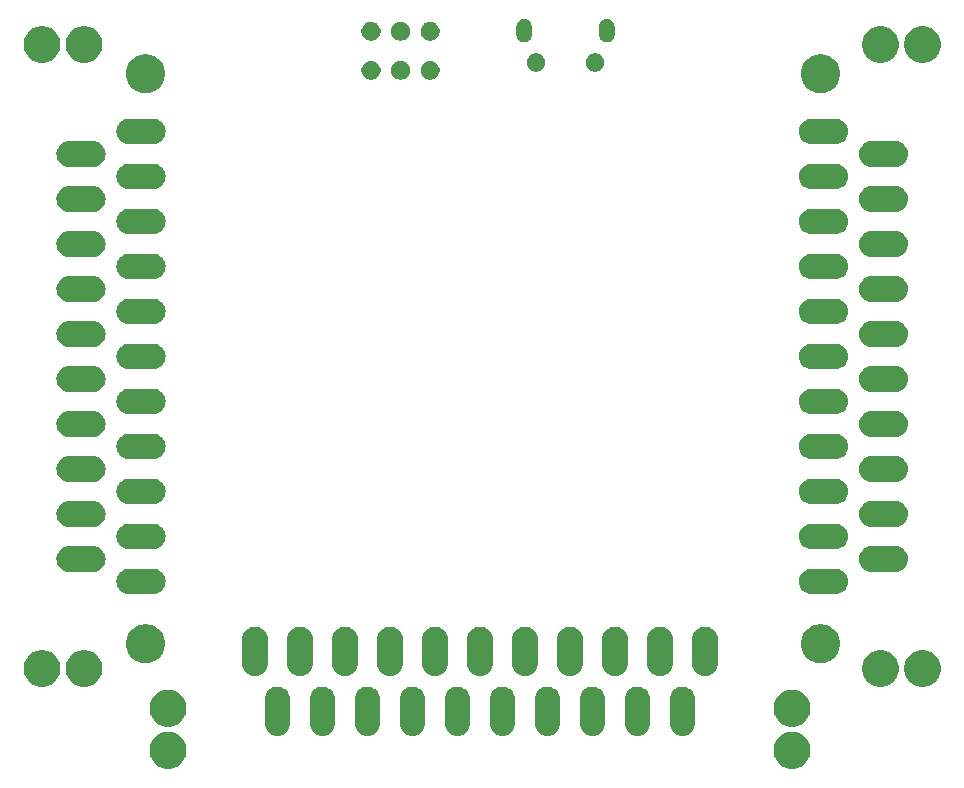
<source format=gbs>
G04 #@! TF.GenerationSoftware,KiCad,Pcbnew,(5.1.0)-1*
G04 #@! TF.CreationDate,2019-04-04T01:13:05-04:00*
G04 #@! TF.ProjectId,SCART Splitter,53434152-5420-4537-906c-69747465722e,rev?*
G04 #@! TF.SameCoordinates,Original*
G04 #@! TF.FileFunction,Soldermask,Bot*
G04 #@! TF.FilePolarity,Negative*
%FSLAX46Y46*%
G04 Gerber Fmt 4.6, Leading zero omitted, Abs format (unit mm)*
G04 Created by KiCad (PCBNEW (5.1.0)-1) date 2019-04-04 01:13:05*
%MOMM*%
%LPD*%
G04 APERTURE LIST*
%ADD10C,0.100000*%
G04 APERTURE END LIST*
D10*
G36*
X141552705Y-127529738D02*
G01*
X141837025Y-127647507D01*
X142092907Y-127818482D01*
X142310518Y-128036093D01*
X142481493Y-128291975D01*
X142599262Y-128576295D01*
X142659300Y-128878126D01*
X142659300Y-129185874D01*
X142599262Y-129487705D01*
X142481493Y-129772025D01*
X142310518Y-130027907D01*
X142092907Y-130245518D01*
X141837025Y-130416493D01*
X141552705Y-130534262D01*
X141250874Y-130594300D01*
X140943126Y-130594300D01*
X140641295Y-130534262D01*
X140356975Y-130416493D01*
X140101093Y-130245518D01*
X139883482Y-130027907D01*
X139712507Y-129772025D01*
X139594738Y-129487705D01*
X139534700Y-129185874D01*
X139534700Y-128878126D01*
X139594738Y-128576295D01*
X139712507Y-128291975D01*
X139883482Y-128036093D01*
X140101093Y-127818482D01*
X140356975Y-127647507D01*
X140641295Y-127529738D01*
X140943126Y-127469700D01*
X141250874Y-127469700D01*
X141552705Y-127529738D01*
X141552705Y-127529738D01*
G37*
G36*
X88720705Y-127529738D02*
G01*
X89005025Y-127647507D01*
X89260907Y-127818482D01*
X89478518Y-128036093D01*
X89649493Y-128291975D01*
X89767262Y-128576295D01*
X89827300Y-128878126D01*
X89827300Y-129185874D01*
X89767262Y-129487705D01*
X89649493Y-129772025D01*
X89478518Y-130027907D01*
X89260907Y-130245518D01*
X89005025Y-130416493D01*
X88720705Y-130534262D01*
X88418874Y-130594300D01*
X88111126Y-130594300D01*
X87809295Y-130534262D01*
X87524975Y-130416493D01*
X87269093Y-130245518D01*
X87051482Y-130027907D01*
X86880507Y-129772025D01*
X86762738Y-129487705D01*
X86702700Y-129185874D01*
X86702700Y-128878126D01*
X86762738Y-128576295D01*
X86880507Y-128291975D01*
X87051482Y-128036093D01*
X87269093Y-127818482D01*
X87524975Y-127647507D01*
X87809295Y-127529738D01*
X88111126Y-127469700D01*
X88418874Y-127469700D01*
X88720705Y-127529738D01*
X88720705Y-127529738D01*
G37*
G36*
X101560106Y-123663003D02*
G01*
X101765991Y-123725458D01*
X101936256Y-123816467D01*
X101955729Y-123826875D01*
X102009060Y-123870642D01*
X102122036Y-123963359D01*
X102258528Y-124129675D01*
X102359942Y-124319408D01*
X102422397Y-124525293D01*
X102438200Y-124685747D01*
X102438200Y-126774253D01*
X102422397Y-126934707D01*
X102359942Y-127140592D01*
X102258528Y-127330325D01*
X102258526Y-127330328D01*
X102258525Y-127330329D01*
X102122038Y-127496638D01*
X102081705Y-127529739D01*
X101955725Y-127633128D01*
X101765992Y-127734542D01*
X101560107Y-127796997D01*
X101346000Y-127818084D01*
X101131894Y-127796997D01*
X100926009Y-127734542D01*
X100736276Y-127633128D01*
X100610297Y-127529739D01*
X100569963Y-127496638D01*
X100433476Y-127330329D01*
X100433475Y-127330328D01*
X100433473Y-127330325D01*
X100332059Y-127140592D01*
X100269604Y-126934707D01*
X100253801Y-126774253D01*
X100253800Y-124685748D01*
X100269603Y-124525294D01*
X100332058Y-124319409D01*
X100433474Y-124129673D01*
X100433475Y-124129671D01*
X100477242Y-124076341D01*
X100569959Y-123963364D01*
X100736275Y-123826872D01*
X100926008Y-123725458D01*
X101131893Y-123663003D01*
X101346000Y-123641916D01*
X101560106Y-123663003D01*
X101560106Y-123663003D01*
G37*
G36*
X109180106Y-123663003D02*
G01*
X109385991Y-123725458D01*
X109556256Y-123816467D01*
X109575729Y-123826875D01*
X109629060Y-123870642D01*
X109742036Y-123963359D01*
X109878528Y-124129675D01*
X109979942Y-124319408D01*
X110042397Y-124525293D01*
X110058200Y-124685747D01*
X110058200Y-126774253D01*
X110042397Y-126934707D01*
X109979942Y-127140592D01*
X109878528Y-127330325D01*
X109878526Y-127330328D01*
X109878525Y-127330329D01*
X109742038Y-127496638D01*
X109701705Y-127529739D01*
X109575725Y-127633128D01*
X109385992Y-127734542D01*
X109180107Y-127796997D01*
X108966000Y-127818084D01*
X108751894Y-127796997D01*
X108546009Y-127734542D01*
X108356276Y-127633128D01*
X108230297Y-127529739D01*
X108189963Y-127496638D01*
X108053476Y-127330329D01*
X108053475Y-127330328D01*
X108053473Y-127330325D01*
X107952059Y-127140592D01*
X107889604Y-126934707D01*
X107873801Y-126774253D01*
X107873800Y-124685748D01*
X107889603Y-124525294D01*
X107952058Y-124319409D01*
X108053474Y-124129673D01*
X108053475Y-124129671D01*
X108097242Y-124076341D01*
X108189959Y-123963364D01*
X108356275Y-123826872D01*
X108546008Y-123725458D01*
X108751893Y-123663003D01*
X108966000Y-123641916D01*
X109180106Y-123663003D01*
X109180106Y-123663003D01*
G37*
G36*
X128230106Y-123663003D02*
G01*
X128435991Y-123725458D01*
X128606256Y-123816467D01*
X128625729Y-123826875D01*
X128679060Y-123870642D01*
X128792036Y-123963359D01*
X128928528Y-124129675D01*
X129029942Y-124319408D01*
X129092397Y-124525293D01*
X129108200Y-124685747D01*
X129108200Y-126774253D01*
X129092397Y-126934707D01*
X129029942Y-127140592D01*
X128928528Y-127330325D01*
X128928526Y-127330328D01*
X128928525Y-127330329D01*
X128792038Y-127496638D01*
X128751705Y-127529739D01*
X128625725Y-127633128D01*
X128435992Y-127734542D01*
X128230107Y-127796997D01*
X128016000Y-127818084D01*
X127801894Y-127796997D01*
X127596009Y-127734542D01*
X127406276Y-127633128D01*
X127280297Y-127529739D01*
X127239963Y-127496638D01*
X127103476Y-127330329D01*
X127103475Y-127330328D01*
X127103473Y-127330325D01*
X127002059Y-127140592D01*
X126939604Y-126934707D01*
X126923801Y-126774253D01*
X126923800Y-124685748D01*
X126939603Y-124525294D01*
X127002058Y-124319409D01*
X127103474Y-124129673D01*
X127103475Y-124129671D01*
X127147242Y-124076341D01*
X127239959Y-123963364D01*
X127406275Y-123826872D01*
X127596008Y-123725458D01*
X127801893Y-123663003D01*
X128016000Y-123641916D01*
X128230106Y-123663003D01*
X128230106Y-123663003D01*
G37*
G36*
X132040106Y-123663003D02*
G01*
X132245991Y-123725458D01*
X132416256Y-123816467D01*
X132435729Y-123826875D01*
X132489060Y-123870642D01*
X132602036Y-123963359D01*
X132738528Y-124129675D01*
X132839942Y-124319408D01*
X132902397Y-124525293D01*
X132918200Y-124685747D01*
X132918200Y-126774253D01*
X132902397Y-126934707D01*
X132839942Y-127140592D01*
X132738528Y-127330325D01*
X132738526Y-127330328D01*
X132738525Y-127330329D01*
X132602038Y-127496638D01*
X132561705Y-127529739D01*
X132435725Y-127633128D01*
X132245992Y-127734542D01*
X132040107Y-127796997D01*
X131826000Y-127818084D01*
X131611894Y-127796997D01*
X131406009Y-127734542D01*
X131216276Y-127633128D01*
X131090297Y-127529739D01*
X131049963Y-127496638D01*
X130913476Y-127330329D01*
X130913475Y-127330328D01*
X130913473Y-127330325D01*
X130812059Y-127140592D01*
X130749604Y-126934707D01*
X130733801Y-126774253D01*
X130733800Y-124685748D01*
X130749603Y-124525294D01*
X130812058Y-124319409D01*
X130913474Y-124129673D01*
X130913475Y-124129671D01*
X130957242Y-124076341D01*
X131049959Y-123963364D01*
X131216275Y-123826872D01*
X131406008Y-123725458D01*
X131611893Y-123663003D01*
X131826000Y-123641916D01*
X132040106Y-123663003D01*
X132040106Y-123663003D01*
G37*
G36*
X124420106Y-123663003D02*
G01*
X124625991Y-123725458D01*
X124796256Y-123816467D01*
X124815729Y-123826875D01*
X124869060Y-123870642D01*
X124982036Y-123963359D01*
X125118528Y-124129675D01*
X125219942Y-124319408D01*
X125282397Y-124525293D01*
X125298200Y-124685747D01*
X125298200Y-126774253D01*
X125282397Y-126934707D01*
X125219942Y-127140592D01*
X125118528Y-127330325D01*
X125118526Y-127330328D01*
X125118525Y-127330329D01*
X124982038Y-127496638D01*
X124941705Y-127529739D01*
X124815725Y-127633128D01*
X124625992Y-127734542D01*
X124420107Y-127796997D01*
X124206000Y-127818084D01*
X123991894Y-127796997D01*
X123786009Y-127734542D01*
X123596276Y-127633128D01*
X123470297Y-127529739D01*
X123429963Y-127496638D01*
X123293476Y-127330329D01*
X123293475Y-127330328D01*
X123293473Y-127330325D01*
X123192059Y-127140592D01*
X123129604Y-126934707D01*
X123113801Y-126774253D01*
X123113800Y-124685748D01*
X123129603Y-124525294D01*
X123192058Y-124319409D01*
X123293474Y-124129673D01*
X123293475Y-124129671D01*
X123337242Y-124076341D01*
X123429959Y-123963364D01*
X123596275Y-123826872D01*
X123786008Y-123725458D01*
X123991893Y-123663003D01*
X124206000Y-123641916D01*
X124420106Y-123663003D01*
X124420106Y-123663003D01*
G37*
G36*
X120610106Y-123663003D02*
G01*
X120815991Y-123725458D01*
X120986256Y-123816467D01*
X121005729Y-123826875D01*
X121059060Y-123870642D01*
X121172036Y-123963359D01*
X121308528Y-124129675D01*
X121409942Y-124319408D01*
X121472397Y-124525293D01*
X121488200Y-124685747D01*
X121488200Y-126774253D01*
X121472397Y-126934707D01*
X121409942Y-127140592D01*
X121308528Y-127330325D01*
X121308526Y-127330328D01*
X121308525Y-127330329D01*
X121172038Y-127496638D01*
X121131705Y-127529739D01*
X121005725Y-127633128D01*
X120815992Y-127734542D01*
X120610107Y-127796997D01*
X120396000Y-127818084D01*
X120181894Y-127796997D01*
X119976009Y-127734542D01*
X119786276Y-127633128D01*
X119660297Y-127529739D01*
X119619963Y-127496638D01*
X119483476Y-127330329D01*
X119483475Y-127330328D01*
X119483473Y-127330325D01*
X119382059Y-127140592D01*
X119319604Y-126934707D01*
X119303801Y-126774253D01*
X119303800Y-124685748D01*
X119319603Y-124525294D01*
X119382058Y-124319409D01*
X119483474Y-124129673D01*
X119483475Y-124129671D01*
X119527242Y-124076341D01*
X119619959Y-123963364D01*
X119786275Y-123826872D01*
X119976008Y-123725458D01*
X120181893Y-123663003D01*
X120396000Y-123641916D01*
X120610106Y-123663003D01*
X120610106Y-123663003D01*
G37*
G36*
X116800106Y-123663003D02*
G01*
X117005991Y-123725458D01*
X117176256Y-123816467D01*
X117195729Y-123826875D01*
X117249060Y-123870642D01*
X117362036Y-123963359D01*
X117498528Y-124129675D01*
X117599942Y-124319408D01*
X117662397Y-124525293D01*
X117678200Y-124685747D01*
X117678200Y-126774253D01*
X117662397Y-126934707D01*
X117599942Y-127140592D01*
X117498528Y-127330325D01*
X117498526Y-127330328D01*
X117498525Y-127330329D01*
X117362038Y-127496638D01*
X117321705Y-127529739D01*
X117195725Y-127633128D01*
X117005992Y-127734542D01*
X116800107Y-127796997D01*
X116586000Y-127818084D01*
X116371894Y-127796997D01*
X116166009Y-127734542D01*
X115976276Y-127633128D01*
X115850297Y-127529739D01*
X115809963Y-127496638D01*
X115673476Y-127330329D01*
X115673475Y-127330328D01*
X115673473Y-127330325D01*
X115572059Y-127140592D01*
X115509604Y-126934707D01*
X115493801Y-126774253D01*
X115493800Y-124685748D01*
X115509603Y-124525294D01*
X115572058Y-124319409D01*
X115673474Y-124129673D01*
X115673475Y-124129671D01*
X115717242Y-124076341D01*
X115809959Y-123963364D01*
X115976275Y-123826872D01*
X116166008Y-123725458D01*
X116371893Y-123663003D01*
X116586000Y-123641916D01*
X116800106Y-123663003D01*
X116800106Y-123663003D01*
G37*
G36*
X112990106Y-123663003D02*
G01*
X113195991Y-123725458D01*
X113366256Y-123816467D01*
X113385729Y-123826875D01*
X113439060Y-123870642D01*
X113552036Y-123963359D01*
X113688528Y-124129675D01*
X113789942Y-124319408D01*
X113852397Y-124525293D01*
X113868200Y-124685747D01*
X113868200Y-126774253D01*
X113852397Y-126934707D01*
X113789942Y-127140592D01*
X113688528Y-127330325D01*
X113688526Y-127330328D01*
X113688525Y-127330329D01*
X113552038Y-127496638D01*
X113511705Y-127529739D01*
X113385725Y-127633128D01*
X113195992Y-127734542D01*
X112990107Y-127796997D01*
X112776000Y-127818084D01*
X112561894Y-127796997D01*
X112356009Y-127734542D01*
X112166276Y-127633128D01*
X112040297Y-127529739D01*
X111999963Y-127496638D01*
X111863476Y-127330329D01*
X111863475Y-127330328D01*
X111863473Y-127330325D01*
X111762059Y-127140592D01*
X111699604Y-126934707D01*
X111683801Y-126774253D01*
X111683800Y-124685748D01*
X111699603Y-124525294D01*
X111762058Y-124319409D01*
X111863474Y-124129673D01*
X111863475Y-124129671D01*
X111907242Y-124076341D01*
X111999959Y-123963364D01*
X112166275Y-123826872D01*
X112356008Y-123725458D01*
X112561893Y-123663003D01*
X112776000Y-123641916D01*
X112990106Y-123663003D01*
X112990106Y-123663003D01*
G37*
G36*
X97750106Y-123663003D02*
G01*
X97955991Y-123725458D01*
X98126256Y-123816467D01*
X98145729Y-123826875D01*
X98199060Y-123870642D01*
X98312036Y-123963359D01*
X98448528Y-124129675D01*
X98549942Y-124319408D01*
X98612397Y-124525293D01*
X98628200Y-124685747D01*
X98628200Y-126774253D01*
X98612397Y-126934707D01*
X98549942Y-127140592D01*
X98448528Y-127330325D01*
X98448526Y-127330328D01*
X98448525Y-127330329D01*
X98312038Y-127496638D01*
X98271705Y-127529739D01*
X98145725Y-127633128D01*
X97955992Y-127734542D01*
X97750107Y-127796997D01*
X97536000Y-127818084D01*
X97321894Y-127796997D01*
X97116009Y-127734542D01*
X96926276Y-127633128D01*
X96800297Y-127529739D01*
X96759963Y-127496638D01*
X96623476Y-127330329D01*
X96623475Y-127330328D01*
X96623473Y-127330325D01*
X96522059Y-127140592D01*
X96459604Y-126934707D01*
X96443801Y-126774253D01*
X96443800Y-124685748D01*
X96459603Y-124525294D01*
X96522058Y-124319409D01*
X96623474Y-124129673D01*
X96623475Y-124129671D01*
X96667242Y-124076341D01*
X96759959Y-123963364D01*
X96926275Y-123826872D01*
X97116008Y-123725458D01*
X97321893Y-123663003D01*
X97536000Y-123641916D01*
X97750106Y-123663003D01*
X97750106Y-123663003D01*
G37*
G36*
X105370106Y-123663003D02*
G01*
X105575991Y-123725458D01*
X105746256Y-123816467D01*
X105765729Y-123826875D01*
X105819060Y-123870642D01*
X105932036Y-123963359D01*
X106068528Y-124129675D01*
X106169942Y-124319408D01*
X106232397Y-124525293D01*
X106248200Y-124685747D01*
X106248200Y-126774253D01*
X106232397Y-126934707D01*
X106169942Y-127140592D01*
X106068528Y-127330325D01*
X106068526Y-127330328D01*
X106068525Y-127330329D01*
X105932038Y-127496638D01*
X105891705Y-127529739D01*
X105765725Y-127633128D01*
X105575992Y-127734542D01*
X105370107Y-127796997D01*
X105156000Y-127818084D01*
X104941894Y-127796997D01*
X104736009Y-127734542D01*
X104546276Y-127633128D01*
X104420297Y-127529739D01*
X104379963Y-127496638D01*
X104243476Y-127330329D01*
X104243475Y-127330328D01*
X104243473Y-127330325D01*
X104142059Y-127140592D01*
X104079604Y-126934707D01*
X104063801Y-126774253D01*
X104063800Y-124685748D01*
X104079603Y-124525294D01*
X104142058Y-124319409D01*
X104243474Y-124129673D01*
X104243475Y-124129671D01*
X104287242Y-124076341D01*
X104379959Y-123963364D01*
X104546275Y-123826872D01*
X104736008Y-123725458D01*
X104941893Y-123663003D01*
X105156000Y-123641916D01*
X105370106Y-123663003D01*
X105370106Y-123663003D01*
G37*
G36*
X88720705Y-123973738D02*
G01*
X89005025Y-124091507D01*
X89260907Y-124262482D01*
X89478518Y-124480093D01*
X89649493Y-124735975D01*
X89767262Y-125020295D01*
X89827300Y-125322126D01*
X89827300Y-125629874D01*
X89767262Y-125931705D01*
X89649493Y-126216025D01*
X89478518Y-126471907D01*
X89260907Y-126689518D01*
X89005025Y-126860493D01*
X88720705Y-126978262D01*
X88418874Y-127038300D01*
X88111126Y-127038300D01*
X87809295Y-126978262D01*
X87524975Y-126860493D01*
X87269093Y-126689518D01*
X87051482Y-126471907D01*
X86880507Y-126216025D01*
X86762738Y-125931705D01*
X86702700Y-125629874D01*
X86702700Y-125322126D01*
X86762738Y-125020295D01*
X86880507Y-124735975D01*
X87051482Y-124480093D01*
X87269093Y-124262482D01*
X87524975Y-124091507D01*
X87809295Y-123973738D01*
X88111126Y-123913700D01*
X88418874Y-123913700D01*
X88720705Y-123973738D01*
X88720705Y-123973738D01*
G37*
G36*
X141552705Y-123973738D02*
G01*
X141837025Y-124091507D01*
X142092907Y-124262482D01*
X142310518Y-124480093D01*
X142481493Y-124735975D01*
X142599262Y-125020295D01*
X142659300Y-125322126D01*
X142659300Y-125629874D01*
X142599262Y-125931705D01*
X142481493Y-126216025D01*
X142310518Y-126471907D01*
X142092907Y-126689518D01*
X141837025Y-126860493D01*
X141552705Y-126978262D01*
X141250874Y-127038300D01*
X140943126Y-127038300D01*
X140641295Y-126978262D01*
X140356975Y-126860493D01*
X140101093Y-126689518D01*
X139883482Y-126471907D01*
X139712507Y-126216025D01*
X139594738Y-125931705D01*
X139534700Y-125629874D01*
X139534700Y-125322126D01*
X139594738Y-125020295D01*
X139712507Y-124735975D01*
X139883482Y-124480093D01*
X140101093Y-124262482D01*
X140356975Y-124091507D01*
X140641295Y-123973738D01*
X140943126Y-123913700D01*
X141250874Y-123913700D01*
X141552705Y-123973738D01*
X141552705Y-123973738D01*
G37*
G36*
X81608705Y-120608238D02*
G01*
X81893025Y-120726007D01*
X82148907Y-120896982D01*
X82366518Y-121114593D01*
X82537493Y-121370475D01*
X82655262Y-121654795D01*
X82715300Y-121956626D01*
X82715300Y-122264374D01*
X82655262Y-122566205D01*
X82537493Y-122850525D01*
X82366518Y-123106407D01*
X82148907Y-123324018D01*
X81893025Y-123494993D01*
X81608705Y-123612762D01*
X81306874Y-123672800D01*
X80999126Y-123672800D01*
X80697295Y-123612762D01*
X80412975Y-123494993D01*
X80157093Y-123324018D01*
X79939482Y-123106407D01*
X79768507Y-122850525D01*
X79650738Y-122566205D01*
X79590700Y-122264374D01*
X79590700Y-121956626D01*
X79650738Y-121654795D01*
X79768507Y-121370475D01*
X79939482Y-121114593D01*
X80157093Y-120896982D01*
X80412975Y-120726007D01*
X80697295Y-120608238D01*
X80999126Y-120548200D01*
X81306874Y-120548200D01*
X81608705Y-120608238D01*
X81608705Y-120608238D01*
G37*
G36*
X152601705Y-120608238D02*
G01*
X152886025Y-120726007D01*
X153141907Y-120896982D01*
X153359518Y-121114593D01*
X153530493Y-121370475D01*
X153648262Y-121654795D01*
X153708300Y-121956626D01*
X153708300Y-122264374D01*
X153648262Y-122566205D01*
X153530493Y-122850525D01*
X153359518Y-123106407D01*
X153141907Y-123324018D01*
X152886025Y-123494993D01*
X152601705Y-123612762D01*
X152299874Y-123672800D01*
X151992126Y-123672800D01*
X151690295Y-123612762D01*
X151405975Y-123494993D01*
X151150093Y-123324018D01*
X150932482Y-123106407D01*
X150761507Y-122850525D01*
X150643738Y-122566205D01*
X150583700Y-122264374D01*
X150583700Y-121956626D01*
X150643738Y-121654795D01*
X150761507Y-121370475D01*
X150932482Y-121114593D01*
X151150093Y-120896982D01*
X151405975Y-120726007D01*
X151690295Y-120608238D01*
X151992126Y-120548200D01*
X152299874Y-120548200D01*
X152601705Y-120608238D01*
X152601705Y-120608238D01*
G37*
G36*
X149045705Y-120608238D02*
G01*
X149330025Y-120726007D01*
X149585907Y-120896982D01*
X149803518Y-121114593D01*
X149974493Y-121370475D01*
X150092262Y-121654795D01*
X150152300Y-121956626D01*
X150152300Y-122264374D01*
X150092262Y-122566205D01*
X149974493Y-122850525D01*
X149803518Y-123106407D01*
X149585907Y-123324018D01*
X149330025Y-123494993D01*
X149045705Y-123612762D01*
X148743874Y-123672800D01*
X148436126Y-123672800D01*
X148134295Y-123612762D01*
X147849975Y-123494993D01*
X147594093Y-123324018D01*
X147376482Y-123106407D01*
X147205507Y-122850525D01*
X147087738Y-122566205D01*
X147027700Y-122264374D01*
X147027700Y-121956626D01*
X147087738Y-121654795D01*
X147205507Y-121370475D01*
X147376482Y-121114593D01*
X147594093Y-120896982D01*
X147849975Y-120726007D01*
X148134295Y-120608238D01*
X148436126Y-120548200D01*
X148743874Y-120548200D01*
X149045705Y-120608238D01*
X149045705Y-120608238D01*
G37*
G36*
X78052705Y-120608238D02*
G01*
X78337025Y-120726007D01*
X78592907Y-120896982D01*
X78810518Y-121114593D01*
X78981493Y-121370475D01*
X79099262Y-121654795D01*
X79159300Y-121956626D01*
X79159300Y-122264374D01*
X79099262Y-122566205D01*
X78981493Y-122850525D01*
X78810518Y-123106407D01*
X78592907Y-123324018D01*
X78337025Y-123494993D01*
X78052705Y-123612762D01*
X77750874Y-123672800D01*
X77443126Y-123672800D01*
X77141295Y-123612762D01*
X76856975Y-123494993D01*
X76601093Y-123324018D01*
X76383482Y-123106407D01*
X76212507Y-122850525D01*
X76094738Y-122566205D01*
X76034700Y-122264374D01*
X76034700Y-121956626D01*
X76094738Y-121654795D01*
X76212507Y-121370475D01*
X76383482Y-121114593D01*
X76601093Y-120896982D01*
X76856975Y-120726007D01*
X77141295Y-120608238D01*
X77443126Y-120548200D01*
X77750874Y-120548200D01*
X78052705Y-120608238D01*
X78052705Y-120608238D01*
G37*
G36*
X130135106Y-118583003D02*
G01*
X130340991Y-118645458D01*
X130503992Y-118732584D01*
X130530729Y-118746875D01*
X130584060Y-118790642D01*
X130697036Y-118883359D01*
X130833528Y-119049675D01*
X130934942Y-119239408D01*
X130997397Y-119445293D01*
X131013200Y-119605747D01*
X131013200Y-121694253D01*
X130997397Y-121854707D01*
X130934942Y-122060592D01*
X130833528Y-122250325D01*
X130833526Y-122250328D01*
X130833525Y-122250329D01*
X130697038Y-122416638D01*
X130530725Y-122553128D01*
X130340992Y-122654542D01*
X130135107Y-122716997D01*
X129921000Y-122738084D01*
X129706894Y-122716997D01*
X129501009Y-122654542D01*
X129311276Y-122553128D01*
X129144963Y-122416638D01*
X129008476Y-122250329D01*
X129008475Y-122250328D01*
X129008473Y-122250325D01*
X128907059Y-122060592D01*
X128844604Y-121854707D01*
X128828801Y-121694253D01*
X128828800Y-119605748D01*
X128844603Y-119445294D01*
X128907058Y-119239409D01*
X129008474Y-119049673D01*
X129008475Y-119049671D01*
X129079973Y-118962551D01*
X129144959Y-118883364D01*
X129311275Y-118746872D01*
X129501008Y-118645458D01*
X129706893Y-118583003D01*
X129921000Y-118561916D01*
X130135106Y-118583003D01*
X130135106Y-118583003D01*
G37*
G36*
X133945106Y-118583003D02*
G01*
X134150991Y-118645458D01*
X134313992Y-118732584D01*
X134340729Y-118746875D01*
X134394060Y-118790642D01*
X134507036Y-118883359D01*
X134643528Y-119049675D01*
X134744942Y-119239408D01*
X134807397Y-119445293D01*
X134823200Y-119605747D01*
X134823200Y-121694253D01*
X134807397Y-121854707D01*
X134744942Y-122060592D01*
X134643528Y-122250325D01*
X134643526Y-122250328D01*
X134643525Y-122250329D01*
X134507038Y-122416638D01*
X134340725Y-122553128D01*
X134150992Y-122654542D01*
X133945107Y-122716997D01*
X133731000Y-122738084D01*
X133516894Y-122716997D01*
X133311009Y-122654542D01*
X133121276Y-122553128D01*
X132954963Y-122416638D01*
X132818476Y-122250329D01*
X132818475Y-122250328D01*
X132818473Y-122250325D01*
X132717059Y-122060592D01*
X132654604Y-121854707D01*
X132638801Y-121694253D01*
X132638800Y-119605748D01*
X132654603Y-119445294D01*
X132717058Y-119239409D01*
X132818474Y-119049673D01*
X132818475Y-119049671D01*
X132889973Y-118962551D01*
X132954959Y-118883364D01*
X133121275Y-118746872D01*
X133311008Y-118645458D01*
X133516893Y-118583003D01*
X133731000Y-118561916D01*
X133945106Y-118583003D01*
X133945106Y-118583003D01*
G37*
G36*
X122515106Y-118583003D02*
G01*
X122720991Y-118645458D01*
X122883992Y-118732584D01*
X122910729Y-118746875D01*
X122964060Y-118790642D01*
X123077036Y-118883359D01*
X123213528Y-119049675D01*
X123314942Y-119239408D01*
X123377397Y-119445293D01*
X123393200Y-119605747D01*
X123393200Y-121694253D01*
X123377397Y-121854707D01*
X123314942Y-122060592D01*
X123213528Y-122250325D01*
X123213526Y-122250328D01*
X123213525Y-122250329D01*
X123077038Y-122416638D01*
X122910725Y-122553128D01*
X122720992Y-122654542D01*
X122515107Y-122716997D01*
X122301000Y-122738084D01*
X122086894Y-122716997D01*
X121881009Y-122654542D01*
X121691276Y-122553128D01*
X121524963Y-122416638D01*
X121388476Y-122250329D01*
X121388475Y-122250328D01*
X121388473Y-122250325D01*
X121287059Y-122060592D01*
X121224604Y-121854707D01*
X121208801Y-121694253D01*
X121208800Y-119605748D01*
X121224603Y-119445294D01*
X121287058Y-119239409D01*
X121388474Y-119049673D01*
X121388475Y-119049671D01*
X121459973Y-118962551D01*
X121524959Y-118883364D01*
X121691275Y-118746872D01*
X121881008Y-118645458D01*
X122086893Y-118583003D01*
X122301000Y-118561916D01*
X122515106Y-118583003D01*
X122515106Y-118583003D01*
G37*
G36*
X118705106Y-118583003D02*
G01*
X118910991Y-118645458D01*
X119073992Y-118732584D01*
X119100729Y-118746875D01*
X119154060Y-118790642D01*
X119267036Y-118883359D01*
X119403528Y-119049675D01*
X119504942Y-119239408D01*
X119567397Y-119445293D01*
X119583200Y-119605747D01*
X119583200Y-121694253D01*
X119567397Y-121854707D01*
X119504942Y-122060592D01*
X119403528Y-122250325D01*
X119403526Y-122250328D01*
X119403525Y-122250329D01*
X119267038Y-122416638D01*
X119100725Y-122553128D01*
X118910992Y-122654542D01*
X118705107Y-122716997D01*
X118491000Y-122738084D01*
X118276894Y-122716997D01*
X118071009Y-122654542D01*
X117881276Y-122553128D01*
X117714963Y-122416638D01*
X117578476Y-122250329D01*
X117578475Y-122250328D01*
X117578473Y-122250325D01*
X117477059Y-122060592D01*
X117414604Y-121854707D01*
X117398801Y-121694253D01*
X117398800Y-119605748D01*
X117414603Y-119445294D01*
X117477058Y-119239409D01*
X117578474Y-119049673D01*
X117578475Y-119049671D01*
X117649973Y-118962551D01*
X117714959Y-118883364D01*
X117881275Y-118746872D01*
X118071008Y-118645458D01*
X118276893Y-118583003D01*
X118491000Y-118561916D01*
X118705106Y-118583003D01*
X118705106Y-118583003D01*
G37*
G36*
X114895106Y-118583003D02*
G01*
X115100991Y-118645458D01*
X115263992Y-118732584D01*
X115290729Y-118746875D01*
X115344060Y-118790642D01*
X115457036Y-118883359D01*
X115593528Y-119049675D01*
X115694942Y-119239408D01*
X115757397Y-119445293D01*
X115773200Y-119605747D01*
X115773200Y-121694253D01*
X115757397Y-121854707D01*
X115694942Y-122060592D01*
X115593528Y-122250325D01*
X115593526Y-122250328D01*
X115593525Y-122250329D01*
X115457038Y-122416638D01*
X115290725Y-122553128D01*
X115100992Y-122654542D01*
X114895107Y-122716997D01*
X114681000Y-122738084D01*
X114466894Y-122716997D01*
X114261009Y-122654542D01*
X114071276Y-122553128D01*
X113904963Y-122416638D01*
X113768476Y-122250329D01*
X113768475Y-122250328D01*
X113768473Y-122250325D01*
X113667059Y-122060592D01*
X113604604Y-121854707D01*
X113588801Y-121694253D01*
X113588800Y-119605748D01*
X113604603Y-119445294D01*
X113667058Y-119239409D01*
X113768474Y-119049673D01*
X113768475Y-119049671D01*
X113839973Y-118962551D01*
X113904959Y-118883364D01*
X114071275Y-118746872D01*
X114261008Y-118645458D01*
X114466893Y-118583003D01*
X114681000Y-118561916D01*
X114895106Y-118583003D01*
X114895106Y-118583003D01*
G37*
G36*
X111085106Y-118583003D02*
G01*
X111290991Y-118645458D01*
X111453992Y-118732584D01*
X111480729Y-118746875D01*
X111534060Y-118790642D01*
X111647036Y-118883359D01*
X111783528Y-119049675D01*
X111884942Y-119239408D01*
X111947397Y-119445293D01*
X111963200Y-119605747D01*
X111963200Y-121694253D01*
X111947397Y-121854707D01*
X111884942Y-122060592D01*
X111783528Y-122250325D01*
X111783526Y-122250328D01*
X111783525Y-122250329D01*
X111647038Y-122416638D01*
X111480725Y-122553128D01*
X111290992Y-122654542D01*
X111085107Y-122716997D01*
X110871000Y-122738084D01*
X110656894Y-122716997D01*
X110451009Y-122654542D01*
X110261276Y-122553128D01*
X110094963Y-122416638D01*
X109958476Y-122250329D01*
X109958475Y-122250328D01*
X109958473Y-122250325D01*
X109857059Y-122060592D01*
X109794604Y-121854707D01*
X109778801Y-121694253D01*
X109778800Y-119605748D01*
X109794603Y-119445294D01*
X109857058Y-119239409D01*
X109958474Y-119049673D01*
X109958475Y-119049671D01*
X110029973Y-118962551D01*
X110094959Y-118883364D01*
X110261275Y-118746872D01*
X110451008Y-118645458D01*
X110656893Y-118583003D01*
X110871000Y-118561916D01*
X111085106Y-118583003D01*
X111085106Y-118583003D01*
G37*
G36*
X103465106Y-118583003D02*
G01*
X103670991Y-118645458D01*
X103833992Y-118732584D01*
X103860729Y-118746875D01*
X103914060Y-118790642D01*
X104027036Y-118883359D01*
X104163528Y-119049675D01*
X104264942Y-119239408D01*
X104327397Y-119445293D01*
X104343200Y-119605747D01*
X104343200Y-121694253D01*
X104327397Y-121854707D01*
X104264942Y-122060592D01*
X104163528Y-122250325D01*
X104163526Y-122250328D01*
X104163525Y-122250329D01*
X104027038Y-122416638D01*
X103860725Y-122553128D01*
X103670992Y-122654542D01*
X103465107Y-122716997D01*
X103251000Y-122738084D01*
X103036894Y-122716997D01*
X102831009Y-122654542D01*
X102641276Y-122553128D01*
X102474963Y-122416638D01*
X102338476Y-122250329D01*
X102338475Y-122250328D01*
X102338473Y-122250325D01*
X102237059Y-122060592D01*
X102174604Y-121854707D01*
X102158801Y-121694253D01*
X102158800Y-119605748D01*
X102174603Y-119445294D01*
X102237058Y-119239409D01*
X102338474Y-119049673D01*
X102338475Y-119049671D01*
X102409973Y-118962551D01*
X102474959Y-118883364D01*
X102641275Y-118746872D01*
X102831008Y-118645458D01*
X103036893Y-118583003D01*
X103251000Y-118561916D01*
X103465106Y-118583003D01*
X103465106Y-118583003D01*
G37*
G36*
X126325106Y-118583003D02*
G01*
X126530991Y-118645458D01*
X126693992Y-118732584D01*
X126720729Y-118746875D01*
X126774060Y-118790642D01*
X126887036Y-118883359D01*
X127023528Y-119049675D01*
X127124942Y-119239408D01*
X127187397Y-119445293D01*
X127203200Y-119605747D01*
X127203200Y-121694253D01*
X127187397Y-121854707D01*
X127124942Y-122060592D01*
X127023528Y-122250325D01*
X127023526Y-122250328D01*
X127023525Y-122250329D01*
X126887038Y-122416638D01*
X126720725Y-122553128D01*
X126530992Y-122654542D01*
X126325107Y-122716997D01*
X126111000Y-122738084D01*
X125896894Y-122716997D01*
X125691009Y-122654542D01*
X125501276Y-122553128D01*
X125334963Y-122416638D01*
X125198476Y-122250329D01*
X125198475Y-122250328D01*
X125198473Y-122250325D01*
X125097059Y-122060592D01*
X125034604Y-121854707D01*
X125018801Y-121694253D01*
X125018800Y-119605748D01*
X125034603Y-119445294D01*
X125097058Y-119239409D01*
X125198474Y-119049673D01*
X125198475Y-119049671D01*
X125269973Y-118962551D01*
X125334959Y-118883364D01*
X125501275Y-118746872D01*
X125691008Y-118645458D01*
X125896893Y-118583003D01*
X126111000Y-118561916D01*
X126325106Y-118583003D01*
X126325106Y-118583003D01*
G37*
G36*
X99655106Y-118583003D02*
G01*
X99860991Y-118645458D01*
X100023992Y-118732584D01*
X100050729Y-118746875D01*
X100104060Y-118790642D01*
X100217036Y-118883359D01*
X100353528Y-119049675D01*
X100454942Y-119239408D01*
X100517397Y-119445293D01*
X100533200Y-119605747D01*
X100533200Y-121694253D01*
X100517397Y-121854707D01*
X100454942Y-122060592D01*
X100353528Y-122250325D01*
X100353526Y-122250328D01*
X100353525Y-122250329D01*
X100217038Y-122416638D01*
X100050725Y-122553128D01*
X99860992Y-122654542D01*
X99655107Y-122716997D01*
X99441000Y-122738084D01*
X99226894Y-122716997D01*
X99021009Y-122654542D01*
X98831276Y-122553128D01*
X98664963Y-122416638D01*
X98528476Y-122250329D01*
X98528475Y-122250328D01*
X98528473Y-122250325D01*
X98427059Y-122060592D01*
X98364604Y-121854707D01*
X98348801Y-121694253D01*
X98348800Y-119605748D01*
X98364603Y-119445294D01*
X98427058Y-119239409D01*
X98528474Y-119049673D01*
X98528475Y-119049671D01*
X98599973Y-118962551D01*
X98664959Y-118883364D01*
X98831275Y-118746872D01*
X99021008Y-118645458D01*
X99226893Y-118583003D01*
X99441000Y-118561916D01*
X99655106Y-118583003D01*
X99655106Y-118583003D01*
G37*
G36*
X95845106Y-118583003D02*
G01*
X96050991Y-118645458D01*
X96213992Y-118732584D01*
X96240729Y-118746875D01*
X96294060Y-118790642D01*
X96407036Y-118883359D01*
X96543528Y-119049675D01*
X96644942Y-119239408D01*
X96707397Y-119445293D01*
X96723200Y-119605747D01*
X96723200Y-121694253D01*
X96707397Y-121854707D01*
X96644942Y-122060592D01*
X96543528Y-122250325D01*
X96543526Y-122250328D01*
X96543525Y-122250329D01*
X96407038Y-122416638D01*
X96240725Y-122553128D01*
X96050992Y-122654542D01*
X95845107Y-122716997D01*
X95631000Y-122738084D01*
X95416894Y-122716997D01*
X95211009Y-122654542D01*
X95021276Y-122553128D01*
X94854963Y-122416638D01*
X94718476Y-122250329D01*
X94718475Y-122250328D01*
X94718473Y-122250325D01*
X94617059Y-122060592D01*
X94554604Y-121854707D01*
X94538801Y-121694253D01*
X94538800Y-119605748D01*
X94554603Y-119445294D01*
X94617058Y-119239409D01*
X94718474Y-119049673D01*
X94718475Y-119049671D01*
X94789973Y-118962551D01*
X94854959Y-118883364D01*
X95021275Y-118746872D01*
X95211008Y-118645458D01*
X95416893Y-118583003D01*
X95631000Y-118561916D01*
X95845106Y-118583003D01*
X95845106Y-118583003D01*
G37*
G36*
X107275106Y-118583003D02*
G01*
X107480991Y-118645458D01*
X107643992Y-118732584D01*
X107670729Y-118746875D01*
X107724060Y-118790642D01*
X107837036Y-118883359D01*
X107973528Y-119049675D01*
X108074942Y-119239408D01*
X108137397Y-119445293D01*
X108153200Y-119605747D01*
X108153200Y-121694253D01*
X108137397Y-121854707D01*
X108074942Y-122060592D01*
X107973528Y-122250325D01*
X107973526Y-122250328D01*
X107973525Y-122250329D01*
X107837038Y-122416638D01*
X107670725Y-122553128D01*
X107480992Y-122654542D01*
X107275107Y-122716997D01*
X107061000Y-122738084D01*
X106846894Y-122716997D01*
X106641009Y-122654542D01*
X106451276Y-122553128D01*
X106284963Y-122416638D01*
X106148476Y-122250329D01*
X106148475Y-122250328D01*
X106148473Y-122250325D01*
X106047059Y-122060592D01*
X105984604Y-121854707D01*
X105968801Y-121694253D01*
X105968800Y-119605748D01*
X105984603Y-119445294D01*
X106047058Y-119239409D01*
X106148474Y-119049673D01*
X106148475Y-119049671D01*
X106219973Y-118962551D01*
X106284959Y-118883364D01*
X106451275Y-118746872D01*
X106641008Y-118645458D01*
X106846893Y-118583003D01*
X107061000Y-118561916D01*
X107275106Y-118583003D01*
X107275106Y-118583003D01*
G37*
G36*
X143885256Y-118406298D02*
G01*
X143991579Y-118427447D01*
X144292042Y-118551903D01*
X144562451Y-118732585D01*
X144792415Y-118962549D01*
X144973097Y-119232958D01*
X145097553Y-119533421D01*
X145161000Y-119852391D01*
X145161000Y-120177609D01*
X145097553Y-120496579D01*
X144973097Y-120797042D01*
X144792415Y-121067451D01*
X144562451Y-121297415D01*
X144292042Y-121478097D01*
X143991579Y-121602553D01*
X143885256Y-121623702D01*
X143672611Y-121666000D01*
X143347389Y-121666000D01*
X143134744Y-121623702D01*
X143028421Y-121602553D01*
X142727958Y-121478097D01*
X142457549Y-121297415D01*
X142227585Y-121067451D01*
X142046903Y-120797042D01*
X141922447Y-120496579D01*
X141859000Y-120177609D01*
X141859000Y-119852391D01*
X141922447Y-119533421D01*
X142046903Y-119232958D01*
X142227585Y-118962549D01*
X142457549Y-118732585D01*
X142727958Y-118551903D01*
X143028421Y-118427447D01*
X143134744Y-118406298D01*
X143347389Y-118364000D01*
X143672611Y-118364000D01*
X143885256Y-118406298D01*
X143885256Y-118406298D01*
G37*
G36*
X86735256Y-118406298D02*
G01*
X86841579Y-118427447D01*
X87142042Y-118551903D01*
X87412451Y-118732585D01*
X87642415Y-118962549D01*
X87823097Y-119232958D01*
X87947553Y-119533421D01*
X88011000Y-119852391D01*
X88011000Y-120177609D01*
X87947553Y-120496579D01*
X87823097Y-120797042D01*
X87642415Y-121067451D01*
X87412451Y-121297415D01*
X87142042Y-121478097D01*
X86841579Y-121602553D01*
X86735256Y-121623702D01*
X86522611Y-121666000D01*
X86197389Y-121666000D01*
X85984744Y-121623702D01*
X85878421Y-121602553D01*
X85577958Y-121478097D01*
X85307549Y-121297415D01*
X85077585Y-121067451D01*
X84896903Y-120797042D01*
X84772447Y-120496579D01*
X84709000Y-120177609D01*
X84709000Y-119852391D01*
X84772447Y-119533421D01*
X84896903Y-119232958D01*
X85077585Y-118962549D01*
X85307549Y-118732585D01*
X85577958Y-118551903D01*
X85878421Y-118427447D01*
X85984744Y-118406298D01*
X86197389Y-118364000D01*
X86522611Y-118364000D01*
X86735256Y-118406298D01*
X86735256Y-118406298D01*
G37*
G36*
X144968707Y-113668103D02*
G01*
X145174592Y-113730558D01*
X145364325Y-113831972D01*
X145364328Y-113831974D01*
X145364329Y-113831975D01*
X145466586Y-113915896D01*
X145530638Y-113968462D01*
X145667128Y-114134775D01*
X145768542Y-114324508D01*
X145830997Y-114530393D01*
X145852084Y-114744500D01*
X145830997Y-114958607D01*
X145768542Y-115164492D01*
X145667128Y-115354225D01*
X145530638Y-115520538D01*
X145364325Y-115657028D01*
X145174592Y-115758442D01*
X144968707Y-115820897D01*
X144808253Y-115836700D01*
X142719747Y-115836700D01*
X142559293Y-115820897D01*
X142353408Y-115758442D01*
X142163675Y-115657028D01*
X141997362Y-115520538D01*
X141860872Y-115354225D01*
X141759458Y-115164492D01*
X141697003Y-114958607D01*
X141675916Y-114744500D01*
X141697003Y-114530393D01*
X141759458Y-114324508D01*
X141860872Y-114134775D01*
X141997362Y-113968462D01*
X142061414Y-113915896D01*
X142163671Y-113831975D01*
X142163672Y-113831974D01*
X142163675Y-113831972D01*
X142353408Y-113730558D01*
X142559293Y-113668103D01*
X142719747Y-113652300D01*
X144808253Y-113652300D01*
X144968707Y-113668103D01*
X144968707Y-113668103D01*
G37*
G36*
X87183707Y-113668103D02*
G01*
X87389592Y-113730558D01*
X87579325Y-113831972D01*
X87579328Y-113831974D01*
X87579329Y-113831975D01*
X87681586Y-113915896D01*
X87745638Y-113968462D01*
X87882128Y-114134775D01*
X87983542Y-114324508D01*
X88045997Y-114530393D01*
X88067084Y-114744500D01*
X88045997Y-114958607D01*
X87983542Y-115164492D01*
X87882128Y-115354225D01*
X87745638Y-115520538D01*
X87579325Y-115657028D01*
X87389592Y-115758442D01*
X87183707Y-115820897D01*
X87023253Y-115836700D01*
X84934747Y-115836700D01*
X84774293Y-115820897D01*
X84568408Y-115758442D01*
X84378675Y-115657028D01*
X84212362Y-115520538D01*
X84075872Y-115354225D01*
X83974458Y-115164492D01*
X83912003Y-114958607D01*
X83890916Y-114744500D01*
X83912003Y-114530393D01*
X83974458Y-114324508D01*
X84075872Y-114134775D01*
X84212362Y-113968462D01*
X84276414Y-113915896D01*
X84378671Y-113831975D01*
X84378672Y-113831974D01*
X84378675Y-113831972D01*
X84568408Y-113730558D01*
X84774293Y-113668103D01*
X84934747Y-113652300D01*
X87023253Y-113652300D01*
X87183707Y-113668103D01*
X87183707Y-113668103D01*
G37*
G36*
X150048707Y-111763103D02*
G01*
X150254592Y-111825558D01*
X150444325Y-111926972D01*
X150444328Y-111926974D01*
X150444329Y-111926975D01*
X150546586Y-112010896D01*
X150610638Y-112063462D01*
X150747128Y-112229775D01*
X150848542Y-112419508D01*
X150910997Y-112625393D01*
X150932084Y-112839500D01*
X150910997Y-113053607D01*
X150848542Y-113259492D01*
X150747128Y-113449225D01*
X150747126Y-113449228D01*
X150747125Y-113449229D01*
X150610638Y-113615538D01*
X150470488Y-113730557D01*
X150444325Y-113752028D01*
X150254592Y-113853442D01*
X150048707Y-113915897D01*
X149888253Y-113931700D01*
X147799747Y-113931700D01*
X147639293Y-113915897D01*
X147433408Y-113853442D01*
X147243675Y-113752028D01*
X147217513Y-113730557D01*
X147077362Y-113615538D01*
X146940875Y-113449229D01*
X146940874Y-113449228D01*
X146940872Y-113449225D01*
X146839458Y-113259492D01*
X146777003Y-113053607D01*
X146755916Y-112839500D01*
X146777003Y-112625393D01*
X146839458Y-112419508D01*
X146940872Y-112229775D01*
X147077362Y-112063462D01*
X147141414Y-112010896D01*
X147243671Y-111926975D01*
X147243672Y-111926974D01*
X147243675Y-111926972D01*
X147433408Y-111825558D01*
X147639293Y-111763103D01*
X147799747Y-111747300D01*
X149888253Y-111747300D01*
X150048707Y-111763103D01*
X150048707Y-111763103D01*
G37*
G36*
X82103707Y-111763103D02*
G01*
X82309592Y-111825558D01*
X82499325Y-111926972D01*
X82499328Y-111926974D01*
X82499329Y-111926975D01*
X82601586Y-112010896D01*
X82665638Y-112063462D01*
X82802128Y-112229775D01*
X82903542Y-112419508D01*
X82965997Y-112625393D01*
X82987084Y-112839500D01*
X82965997Y-113053607D01*
X82903542Y-113259492D01*
X82802128Y-113449225D01*
X82802126Y-113449228D01*
X82802125Y-113449229D01*
X82665638Y-113615538D01*
X82525488Y-113730557D01*
X82499325Y-113752028D01*
X82309592Y-113853442D01*
X82103707Y-113915897D01*
X81943253Y-113931700D01*
X79854747Y-113931700D01*
X79694293Y-113915897D01*
X79488408Y-113853442D01*
X79298675Y-113752028D01*
X79272513Y-113730557D01*
X79132362Y-113615538D01*
X78995875Y-113449229D01*
X78995874Y-113449228D01*
X78995872Y-113449225D01*
X78894458Y-113259492D01*
X78832003Y-113053607D01*
X78810916Y-112839500D01*
X78832003Y-112625393D01*
X78894458Y-112419508D01*
X78995872Y-112229775D01*
X79132362Y-112063462D01*
X79196414Y-112010896D01*
X79298671Y-111926975D01*
X79298672Y-111926974D01*
X79298675Y-111926972D01*
X79488408Y-111825558D01*
X79694293Y-111763103D01*
X79854747Y-111747300D01*
X81943253Y-111747300D01*
X82103707Y-111763103D01*
X82103707Y-111763103D01*
G37*
G36*
X87183707Y-109858103D02*
G01*
X87389592Y-109920558D01*
X87579325Y-110021972D01*
X87579328Y-110021974D01*
X87579329Y-110021975D01*
X87681586Y-110105896D01*
X87745638Y-110158462D01*
X87882128Y-110324775D01*
X87983542Y-110514508D01*
X88045997Y-110720393D01*
X88067084Y-110934500D01*
X88045997Y-111148607D01*
X87983542Y-111354492D01*
X87882128Y-111544225D01*
X87882126Y-111544228D01*
X87882125Y-111544229D01*
X87745638Y-111710538D01*
X87605488Y-111825557D01*
X87579325Y-111847028D01*
X87389592Y-111948442D01*
X87183707Y-112010897D01*
X87023253Y-112026700D01*
X84934747Y-112026700D01*
X84774293Y-112010897D01*
X84568408Y-111948442D01*
X84378675Y-111847028D01*
X84352513Y-111825557D01*
X84212362Y-111710538D01*
X84075875Y-111544229D01*
X84075874Y-111544228D01*
X84075872Y-111544225D01*
X83974458Y-111354492D01*
X83912003Y-111148607D01*
X83890916Y-110934500D01*
X83912003Y-110720393D01*
X83974458Y-110514508D01*
X84075872Y-110324775D01*
X84212362Y-110158462D01*
X84276414Y-110105896D01*
X84378671Y-110021975D01*
X84378672Y-110021974D01*
X84378675Y-110021972D01*
X84568408Y-109920558D01*
X84774293Y-109858103D01*
X84934747Y-109842300D01*
X87023253Y-109842300D01*
X87183707Y-109858103D01*
X87183707Y-109858103D01*
G37*
G36*
X144968707Y-109858103D02*
G01*
X145174592Y-109920558D01*
X145364325Y-110021972D01*
X145364328Y-110021974D01*
X145364329Y-110021975D01*
X145466586Y-110105896D01*
X145530638Y-110158462D01*
X145667128Y-110324775D01*
X145768542Y-110514508D01*
X145830997Y-110720393D01*
X145852084Y-110934500D01*
X145830997Y-111148607D01*
X145768542Y-111354492D01*
X145667128Y-111544225D01*
X145667126Y-111544228D01*
X145667125Y-111544229D01*
X145530638Y-111710538D01*
X145390488Y-111825557D01*
X145364325Y-111847028D01*
X145174592Y-111948442D01*
X144968707Y-112010897D01*
X144808253Y-112026700D01*
X142719747Y-112026700D01*
X142559293Y-112010897D01*
X142353408Y-111948442D01*
X142163675Y-111847028D01*
X142137513Y-111825557D01*
X141997362Y-111710538D01*
X141860875Y-111544229D01*
X141860874Y-111544228D01*
X141860872Y-111544225D01*
X141759458Y-111354492D01*
X141697003Y-111148607D01*
X141675916Y-110934500D01*
X141697003Y-110720393D01*
X141759458Y-110514508D01*
X141860872Y-110324775D01*
X141997362Y-110158462D01*
X142061414Y-110105896D01*
X142163671Y-110021975D01*
X142163672Y-110021974D01*
X142163675Y-110021972D01*
X142353408Y-109920558D01*
X142559293Y-109858103D01*
X142719747Y-109842300D01*
X144808253Y-109842300D01*
X144968707Y-109858103D01*
X144968707Y-109858103D01*
G37*
G36*
X150048707Y-107953103D02*
G01*
X150254592Y-108015558D01*
X150444325Y-108116972D01*
X150444328Y-108116974D01*
X150444329Y-108116975D01*
X150546586Y-108200896D01*
X150610638Y-108253462D01*
X150747128Y-108419775D01*
X150848542Y-108609508D01*
X150910997Y-108815393D01*
X150932084Y-109029500D01*
X150910997Y-109243607D01*
X150848542Y-109449492D01*
X150747128Y-109639225D01*
X150747126Y-109639228D01*
X150747125Y-109639229D01*
X150610638Y-109805538D01*
X150470488Y-109920557D01*
X150444325Y-109942028D01*
X150254592Y-110043442D01*
X150048707Y-110105897D01*
X149888253Y-110121700D01*
X147799747Y-110121700D01*
X147639293Y-110105897D01*
X147433408Y-110043442D01*
X147243675Y-109942028D01*
X147217513Y-109920557D01*
X147077362Y-109805538D01*
X146940875Y-109639229D01*
X146940874Y-109639228D01*
X146940872Y-109639225D01*
X146839458Y-109449492D01*
X146777003Y-109243607D01*
X146755916Y-109029500D01*
X146777003Y-108815393D01*
X146839458Y-108609508D01*
X146940872Y-108419775D01*
X147077362Y-108253462D01*
X147141414Y-108200896D01*
X147243671Y-108116975D01*
X147243672Y-108116974D01*
X147243675Y-108116972D01*
X147433408Y-108015558D01*
X147639293Y-107953103D01*
X147799747Y-107937300D01*
X149888253Y-107937300D01*
X150048707Y-107953103D01*
X150048707Y-107953103D01*
G37*
G36*
X82103707Y-107953103D02*
G01*
X82309592Y-108015558D01*
X82499325Y-108116972D01*
X82499328Y-108116974D01*
X82499329Y-108116975D01*
X82601586Y-108200896D01*
X82665638Y-108253462D01*
X82802128Y-108419775D01*
X82903542Y-108609508D01*
X82965997Y-108815393D01*
X82987084Y-109029500D01*
X82965997Y-109243607D01*
X82903542Y-109449492D01*
X82802128Y-109639225D01*
X82802126Y-109639228D01*
X82802125Y-109639229D01*
X82665638Y-109805538D01*
X82525488Y-109920557D01*
X82499325Y-109942028D01*
X82309592Y-110043442D01*
X82103707Y-110105897D01*
X81943253Y-110121700D01*
X79854747Y-110121700D01*
X79694293Y-110105897D01*
X79488408Y-110043442D01*
X79298675Y-109942028D01*
X79272513Y-109920557D01*
X79132362Y-109805538D01*
X78995875Y-109639229D01*
X78995874Y-109639228D01*
X78995872Y-109639225D01*
X78894458Y-109449492D01*
X78832003Y-109243607D01*
X78810916Y-109029500D01*
X78832003Y-108815393D01*
X78894458Y-108609508D01*
X78995872Y-108419775D01*
X79132362Y-108253462D01*
X79196414Y-108200896D01*
X79298671Y-108116975D01*
X79298672Y-108116974D01*
X79298675Y-108116972D01*
X79488408Y-108015558D01*
X79694293Y-107953103D01*
X79854747Y-107937300D01*
X81943253Y-107937300D01*
X82103707Y-107953103D01*
X82103707Y-107953103D01*
G37*
G36*
X144968707Y-106048103D02*
G01*
X145174592Y-106110558D01*
X145364325Y-106211972D01*
X145364328Y-106211974D01*
X145364329Y-106211975D01*
X145466586Y-106295896D01*
X145530638Y-106348462D01*
X145667128Y-106514775D01*
X145768542Y-106704508D01*
X145830997Y-106910393D01*
X145852084Y-107124500D01*
X145830997Y-107338607D01*
X145768542Y-107544492D01*
X145667128Y-107734225D01*
X145667126Y-107734228D01*
X145667125Y-107734229D01*
X145530638Y-107900538D01*
X145390488Y-108015557D01*
X145364325Y-108037028D01*
X145174592Y-108138442D01*
X144968707Y-108200897D01*
X144808253Y-108216700D01*
X142719747Y-108216700D01*
X142559293Y-108200897D01*
X142353408Y-108138442D01*
X142163675Y-108037028D01*
X142137513Y-108015557D01*
X141997362Y-107900538D01*
X141860875Y-107734229D01*
X141860874Y-107734228D01*
X141860872Y-107734225D01*
X141759458Y-107544492D01*
X141697003Y-107338607D01*
X141675916Y-107124500D01*
X141697003Y-106910393D01*
X141759458Y-106704508D01*
X141860872Y-106514775D01*
X141997362Y-106348462D01*
X142061414Y-106295896D01*
X142163671Y-106211975D01*
X142163672Y-106211974D01*
X142163675Y-106211972D01*
X142353408Y-106110558D01*
X142559293Y-106048103D01*
X142719747Y-106032300D01*
X144808253Y-106032300D01*
X144968707Y-106048103D01*
X144968707Y-106048103D01*
G37*
G36*
X87183707Y-106048103D02*
G01*
X87389592Y-106110558D01*
X87579325Y-106211972D01*
X87579328Y-106211974D01*
X87579329Y-106211975D01*
X87681586Y-106295896D01*
X87745638Y-106348462D01*
X87882128Y-106514775D01*
X87983542Y-106704508D01*
X88045997Y-106910393D01*
X88067084Y-107124500D01*
X88045997Y-107338607D01*
X87983542Y-107544492D01*
X87882128Y-107734225D01*
X87882126Y-107734228D01*
X87882125Y-107734229D01*
X87745638Y-107900538D01*
X87605488Y-108015557D01*
X87579325Y-108037028D01*
X87389592Y-108138442D01*
X87183707Y-108200897D01*
X87023253Y-108216700D01*
X84934747Y-108216700D01*
X84774293Y-108200897D01*
X84568408Y-108138442D01*
X84378675Y-108037028D01*
X84352513Y-108015557D01*
X84212362Y-107900538D01*
X84075875Y-107734229D01*
X84075874Y-107734228D01*
X84075872Y-107734225D01*
X83974458Y-107544492D01*
X83912003Y-107338607D01*
X83890916Y-107124500D01*
X83912003Y-106910393D01*
X83974458Y-106704508D01*
X84075872Y-106514775D01*
X84212362Y-106348462D01*
X84276414Y-106295896D01*
X84378671Y-106211975D01*
X84378672Y-106211974D01*
X84378675Y-106211972D01*
X84568408Y-106110558D01*
X84774293Y-106048103D01*
X84934747Y-106032300D01*
X87023253Y-106032300D01*
X87183707Y-106048103D01*
X87183707Y-106048103D01*
G37*
G36*
X150048707Y-104143103D02*
G01*
X150254592Y-104205558D01*
X150444325Y-104306972D01*
X150444328Y-104306974D01*
X150444329Y-104306975D01*
X150546586Y-104390896D01*
X150610638Y-104443462D01*
X150747128Y-104609775D01*
X150848542Y-104799508D01*
X150910997Y-105005393D01*
X150932084Y-105219500D01*
X150910997Y-105433607D01*
X150848542Y-105639492D01*
X150747128Y-105829225D01*
X150747126Y-105829228D01*
X150747125Y-105829229D01*
X150610638Y-105995538D01*
X150470488Y-106110557D01*
X150444325Y-106132028D01*
X150254592Y-106233442D01*
X150048707Y-106295897D01*
X149888253Y-106311700D01*
X147799747Y-106311700D01*
X147639293Y-106295897D01*
X147433408Y-106233442D01*
X147243675Y-106132028D01*
X147217513Y-106110557D01*
X147077362Y-105995538D01*
X146940875Y-105829229D01*
X146940874Y-105829228D01*
X146940872Y-105829225D01*
X146839458Y-105639492D01*
X146777003Y-105433607D01*
X146755916Y-105219500D01*
X146777003Y-105005393D01*
X146839458Y-104799508D01*
X146940872Y-104609775D01*
X147077362Y-104443462D01*
X147141414Y-104390896D01*
X147243671Y-104306975D01*
X147243672Y-104306974D01*
X147243675Y-104306972D01*
X147433408Y-104205558D01*
X147639293Y-104143103D01*
X147799747Y-104127300D01*
X149888253Y-104127300D01*
X150048707Y-104143103D01*
X150048707Y-104143103D01*
G37*
G36*
X82103707Y-104143103D02*
G01*
X82309592Y-104205558D01*
X82499325Y-104306972D01*
X82499328Y-104306974D01*
X82499329Y-104306975D01*
X82601586Y-104390896D01*
X82665638Y-104443462D01*
X82802128Y-104609775D01*
X82903542Y-104799508D01*
X82965997Y-105005393D01*
X82987084Y-105219500D01*
X82965997Y-105433607D01*
X82903542Y-105639492D01*
X82802128Y-105829225D01*
X82802126Y-105829228D01*
X82802125Y-105829229D01*
X82665638Y-105995538D01*
X82525488Y-106110557D01*
X82499325Y-106132028D01*
X82309592Y-106233442D01*
X82103707Y-106295897D01*
X81943253Y-106311700D01*
X79854747Y-106311700D01*
X79694293Y-106295897D01*
X79488408Y-106233442D01*
X79298675Y-106132028D01*
X79272513Y-106110557D01*
X79132362Y-105995538D01*
X78995875Y-105829229D01*
X78995874Y-105829228D01*
X78995872Y-105829225D01*
X78894458Y-105639492D01*
X78832003Y-105433607D01*
X78810916Y-105219500D01*
X78832003Y-105005393D01*
X78894458Y-104799508D01*
X78995872Y-104609775D01*
X79132362Y-104443462D01*
X79196414Y-104390896D01*
X79298671Y-104306975D01*
X79298672Y-104306974D01*
X79298675Y-104306972D01*
X79488408Y-104205558D01*
X79694293Y-104143103D01*
X79854747Y-104127300D01*
X81943253Y-104127300D01*
X82103707Y-104143103D01*
X82103707Y-104143103D01*
G37*
G36*
X87183707Y-102238103D02*
G01*
X87389592Y-102300558D01*
X87579325Y-102401972D01*
X87579328Y-102401974D01*
X87579329Y-102401975D01*
X87681586Y-102485896D01*
X87745638Y-102538462D01*
X87882128Y-102704775D01*
X87983542Y-102894508D01*
X88045997Y-103100393D01*
X88067084Y-103314500D01*
X88045997Y-103528607D01*
X87983542Y-103734492D01*
X87882128Y-103924225D01*
X87882126Y-103924228D01*
X87882125Y-103924229D01*
X87745638Y-104090538D01*
X87605488Y-104205557D01*
X87579325Y-104227028D01*
X87389592Y-104328442D01*
X87183707Y-104390897D01*
X87023253Y-104406700D01*
X84934747Y-104406700D01*
X84774293Y-104390897D01*
X84568408Y-104328442D01*
X84378675Y-104227028D01*
X84352513Y-104205557D01*
X84212362Y-104090538D01*
X84075875Y-103924229D01*
X84075874Y-103924228D01*
X84075872Y-103924225D01*
X83974458Y-103734492D01*
X83912003Y-103528607D01*
X83890916Y-103314500D01*
X83912003Y-103100393D01*
X83974458Y-102894508D01*
X84075872Y-102704775D01*
X84212362Y-102538462D01*
X84276414Y-102485896D01*
X84378671Y-102401975D01*
X84378672Y-102401974D01*
X84378675Y-102401972D01*
X84568408Y-102300558D01*
X84774293Y-102238103D01*
X84934747Y-102222300D01*
X87023253Y-102222300D01*
X87183707Y-102238103D01*
X87183707Y-102238103D01*
G37*
G36*
X144968707Y-102238103D02*
G01*
X145174592Y-102300558D01*
X145364325Y-102401972D01*
X145364328Y-102401974D01*
X145364329Y-102401975D01*
X145466586Y-102485896D01*
X145530638Y-102538462D01*
X145667128Y-102704775D01*
X145768542Y-102894508D01*
X145830997Y-103100393D01*
X145852084Y-103314500D01*
X145830997Y-103528607D01*
X145768542Y-103734492D01*
X145667128Y-103924225D01*
X145667126Y-103924228D01*
X145667125Y-103924229D01*
X145530638Y-104090538D01*
X145390488Y-104205557D01*
X145364325Y-104227028D01*
X145174592Y-104328442D01*
X144968707Y-104390897D01*
X144808253Y-104406700D01*
X142719747Y-104406700D01*
X142559293Y-104390897D01*
X142353408Y-104328442D01*
X142163675Y-104227028D01*
X142137513Y-104205557D01*
X141997362Y-104090538D01*
X141860875Y-103924229D01*
X141860874Y-103924228D01*
X141860872Y-103924225D01*
X141759458Y-103734492D01*
X141697003Y-103528607D01*
X141675916Y-103314500D01*
X141697003Y-103100393D01*
X141759458Y-102894508D01*
X141860872Y-102704775D01*
X141997362Y-102538462D01*
X142061414Y-102485896D01*
X142163671Y-102401975D01*
X142163672Y-102401974D01*
X142163675Y-102401972D01*
X142353408Y-102300558D01*
X142559293Y-102238103D01*
X142719747Y-102222300D01*
X144808253Y-102222300D01*
X144968707Y-102238103D01*
X144968707Y-102238103D01*
G37*
G36*
X82103707Y-100333103D02*
G01*
X82309592Y-100395558D01*
X82499325Y-100496972D01*
X82499328Y-100496974D01*
X82499329Y-100496975D01*
X82601586Y-100580896D01*
X82665638Y-100633462D01*
X82802128Y-100799775D01*
X82903542Y-100989508D01*
X82965997Y-101195393D01*
X82987084Y-101409500D01*
X82965997Y-101623607D01*
X82903542Y-101829492D01*
X82802128Y-102019225D01*
X82802126Y-102019228D01*
X82802125Y-102019229D01*
X82665638Y-102185538D01*
X82525488Y-102300557D01*
X82499325Y-102322028D01*
X82309592Y-102423442D01*
X82103707Y-102485897D01*
X81943253Y-102501700D01*
X79854747Y-102501700D01*
X79694293Y-102485897D01*
X79488408Y-102423442D01*
X79298675Y-102322028D01*
X79272513Y-102300557D01*
X79132362Y-102185538D01*
X78995875Y-102019229D01*
X78995874Y-102019228D01*
X78995872Y-102019225D01*
X78894458Y-101829492D01*
X78832003Y-101623607D01*
X78810916Y-101409500D01*
X78832003Y-101195393D01*
X78894458Y-100989508D01*
X78995872Y-100799775D01*
X79132362Y-100633462D01*
X79196414Y-100580896D01*
X79298671Y-100496975D01*
X79298672Y-100496974D01*
X79298675Y-100496972D01*
X79488408Y-100395558D01*
X79694293Y-100333103D01*
X79854747Y-100317300D01*
X81943253Y-100317300D01*
X82103707Y-100333103D01*
X82103707Y-100333103D01*
G37*
G36*
X150048707Y-100333103D02*
G01*
X150254592Y-100395558D01*
X150444325Y-100496972D01*
X150444328Y-100496974D01*
X150444329Y-100496975D01*
X150546586Y-100580896D01*
X150610638Y-100633462D01*
X150747128Y-100799775D01*
X150848542Y-100989508D01*
X150910997Y-101195393D01*
X150932084Y-101409500D01*
X150910997Y-101623607D01*
X150848542Y-101829492D01*
X150747128Y-102019225D01*
X150747126Y-102019228D01*
X150747125Y-102019229D01*
X150610638Y-102185538D01*
X150470488Y-102300557D01*
X150444325Y-102322028D01*
X150254592Y-102423442D01*
X150048707Y-102485897D01*
X149888253Y-102501700D01*
X147799747Y-102501700D01*
X147639293Y-102485897D01*
X147433408Y-102423442D01*
X147243675Y-102322028D01*
X147217513Y-102300557D01*
X147077362Y-102185538D01*
X146940875Y-102019229D01*
X146940874Y-102019228D01*
X146940872Y-102019225D01*
X146839458Y-101829492D01*
X146777003Y-101623607D01*
X146755916Y-101409500D01*
X146777003Y-101195393D01*
X146839458Y-100989508D01*
X146940872Y-100799775D01*
X147077362Y-100633462D01*
X147141414Y-100580896D01*
X147243671Y-100496975D01*
X147243672Y-100496974D01*
X147243675Y-100496972D01*
X147433408Y-100395558D01*
X147639293Y-100333103D01*
X147799747Y-100317300D01*
X149888253Y-100317300D01*
X150048707Y-100333103D01*
X150048707Y-100333103D01*
G37*
G36*
X87183707Y-98428103D02*
G01*
X87389592Y-98490558D01*
X87579325Y-98591972D01*
X87579328Y-98591974D01*
X87579329Y-98591975D01*
X87681586Y-98675896D01*
X87745638Y-98728462D01*
X87882128Y-98894775D01*
X87983542Y-99084508D01*
X88045997Y-99290393D01*
X88067084Y-99504500D01*
X88045997Y-99718607D01*
X87983542Y-99924492D01*
X87882128Y-100114225D01*
X87882126Y-100114228D01*
X87882125Y-100114229D01*
X87745638Y-100280538D01*
X87605488Y-100395557D01*
X87579325Y-100417028D01*
X87389592Y-100518442D01*
X87183707Y-100580897D01*
X87023253Y-100596700D01*
X84934747Y-100596700D01*
X84774293Y-100580897D01*
X84568408Y-100518442D01*
X84378675Y-100417028D01*
X84352513Y-100395557D01*
X84212362Y-100280538D01*
X84075875Y-100114229D01*
X84075874Y-100114228D01*
X84075872Y-100114225D01*
X83974458Y-99924492D01*
X83912003Y-99718607D01*
X83890916Y-99504500D01*
X83912003Y-99290393D01*
X83974458Y-99084508D01*
X84075872Y-98894775D01*
X84212362Y-98728462D01*
X84276414Y-98675896D01*
X84378671Y-98591975D01*
X84378672Y-98591974D01*
X84378675Y-98591972D01*
X84568408Y-98490558D01*
X84774293Y-98428103D01*
X84934747Y-98412300D01*
X87023253Y-98412300D01*
X87183707Y-98428103D01*
X87183707Y-98428103D01*
G37*
G36*
X144968707Y-98428103D02*
G01*
X145174592Y-98490558D01*
X145364325Y-98591972D01*
X145364328Y-98591974D01*
X145364329Y-98591975D01*
X145466586Y-98675896D01*
X145530638Y-98728462D01*
X145667128Y-98894775D01*
X145768542Y-99084508D01*
X145830997Y-99290393D01*
X145852084Y-99504500D01*
X145830997Y-99718607D01*
X145768542Y-99924492D01*
X145667128Y-100114225D01*
X145667126Y-100114228D01*
X145667125Y-100114229D01*
X145530638Y-100280538D01*
X145390488Y-100395557D01*
X145364325Y-100417028D01*
X145174592Y-100518442D01*
X144968707Y-100580897D01*
X144808253Y-100596700D01*
X142719747Y-100596700D01*
X142559293Y-100580897D01*
X142353408Y-100518442D01*
X142163675Y-100417028D01*
X142137513Y-100395557D01*
X141997362Y-100280538D01*
X141860875Y-100114229D01*
X141860874Y-100114228D01*
X141860872Y-100114225D01*
X141759458Y-99924492D01*
X141697003Y-99718607D01*
X141675916Y-99504500D01*
X141697003Y-99290393D01*
X141759458Y-99084508D01*
X141860872Y-98894775D01*
X141997362Y-98728462D01*
X142061414Y-98675896D01*
X142163671Y-98591975D01*
X142163672Y-98591974D01*
X142163675Y-98591972D01*
X142353408Y-98490558D01*
X142559293Y-98428103D01*
X142719747Y-98412300D01*
X144808253Y-98412300D01*
X144968707Y-98428103D01*
X144968707Y-98428103D01*
G37*
G36*
X150048707Y-96523103D02*
G01*
X150254592Y-96585558D01*
X150444325Y-96686972D01*
X150444328Y-96686974D01*
X150444329Y-96686975D01*
X150546586Y-96770896D01*
X150610638Y-96823462D01*
X150747128Y-96989775D01*
X150848542Y-97179508D01*
X150910997Y-97385393D01*
X150932084Y-97599500D01*
X150910997Y-97813607D01*
X150848542Y-98019492D01*
X150747128Y-98209225D01*
X150747126Y-98209228D01*
X150747125Y-98209229D01*
X150610638Y-98375538D01*
X150470488Y-98490557D01*
X150444325Y-98512028D01*
X150254592Y-98613442D01*
X150048707Y-98675897D01*
X149888253Y-98691700D01*
X147799747Y-98691700D01*
X147639293Y-98675897D01*
X147433408Y-98613442D01*
X147243675Y-98512028D01*
X147217513Y-98490557D01*
X147077362Y-98375538D01*
X146940875Y-98209229D01*
X146940874Y-98209228D01*
X146940872Y-98209225D01*
X146839458Y-98019492D01*
X146777003Y-97813607D01*
X146755916Y-97599500D01*
X146777003Y-97385393D01*
X146839458Y-97179508D01*
X146940872Y-96989775D01*
X147077362Y-96823462D01*
X147141414Y-96770896D01*
X147243671Y-96686975D01*
X147243672Y-96686974D01*
X147243675Y-96686972D01*
X147433408Y-96585558D01*
X147639293Y-96523103D01*
X147799747Y-96507300D01*
X149888253Y-96507300D01*
X150048707Y-96523103D01*
X150048707Y-96523103D01*
G37*
G36*
X82103707Y-96523103D02*
G01*
X82309592Y-96585558D01*
X82499325Y-96686972D01*
X82499328Y-96686974D01*
X82499329Y-96686975D01*
X82601586Y-96770896D01*
X82665638Y-96823462D01*
X82802128Y-96989775D01*
X82903542Y-97179508D01*
X82965997Y-97385393D01*
X82987084Y-97599500D01*
X82965997Y-97813607D01*
X82903542Y-98019492D01*
X82802128Y-98209225D01*
X82802126Y-98209228D01*
X82802125Y-98209229D01*
X82665638Y-98375538D01*
X82525488Y-98490557D01*
X82499325Y-98512028D01*
X82309592Y-98613442D01*
X82103707Y-98675897D01*
X81943253Y-98691700D01*
X79854747Y-98691700D01*
X79694293Y-98675897D01*
X79488408Y-98613442D01*
X79298675Y-98512028D01*
X79272513Y-98490557D01*
X79132362Y-98375538D01*
X78995875Y-98209229D01*
X78995874Y-98209228D01*
X78995872Y-98209225D01*
X78894458Y-98019492D01*
X78832003Y-97813607D01*
X78810916Y-97599500D01*
X78832003Y-97385393D01*
X78894458Y-97179508D01*
X78995872Y-96989775D01*
X79132362Y-96823462D01*
X79196414Y-96770896D01*
X79298671Y-96686975D01*
X79298672Y-96686974D01*
X79298675Y-96686972D01*
X79488408Y-96585558D01*
X79694293Y-96523103D01*
X79854747Y-96507300D01*
X81943253Y-96507300D01*
X82103707Y-96523103D01*
X82103707Y-96523103D01*
G37*
G36*
X144968707Y-94618103D02*
G01*
X145174592Y-94680558D01*
X145364325Y-94781972D01*
X145364328Y-94781974D01*
X145364329Y-94781975D01*
X145466586Y-94865896D01*
X145530638Y-94918462D01*
X145667128Y-95084775D01*
X145768542Y-95274508D01*
X145830997Y-95480393D01*
X145852084Y-95694500D01*
X145830997Y-95908607D01*
X145768542Y-96114492D01*
X145667128Y-96304225D01*
X145667126Y-96304228D01*
X145667125Y-96304229D01*
X145530638Y-96470538D01*
X145390488Y-96585557D01*
X145364325Y-96607028D01*
X145174592Y-96708442D01*
X144968707Y-96770897D01*
X144808253Y-96786700D01*
X142719747Y-96786700D01*
X142559293Y-96770897D01*
X142353408Y-96708442D01*
X142163675Y-96607028D01*
X142137513Y-96585557D01*
X141997362Y-96470538D01*
X141860875Y-96304229D01*
X141860874Y-96304228D01*
X141860872Y-96304225D01*
X141759458Y-96114492D01*
X141697003Y-95908607D01*
X141675916Y-95694500D01*
X141697003Y-95480393D01*
X141759458Y-95274508D01*
X141860872Y-95084775D01*
X141997362Y-94918462D01*
X142061414Y-94865896D01*
X142163671Y-94781975D01*
X142163672Y-94781974D01*
X142163675Y-94781972D01*
X142353408Y-94680558D01*
X142559293Y-94618103D01*
X142719747Y-94602300D01*
X144808253Y-94602300D01*
X144968707Y-94618103D01*
X144968707Y-94618103D01*
G37*
G36*
X87183707Y-94618103D02*
G01*
X87389592Y-94680558D01*
X87579325Y-94781972D01*
X87579328Y-94781974D01*
X87579329Y-94781975D01*
X87681586Y-94865896D01*
X87745638Y-94918462D01*
X87882128Y-95084775D01*
X87983542Y-95274508D01*
X88045997Y-95480393D01*
X88067084Y-95694500D01*
X88045997Y-95908607D01*
X87983542Y-96114492D01*
X87882128Y-96304225D01*
X87882126Y-96304228D01*
X87882125Y-96304229D01*
X87745638Y-96470538D01*
X87605488Y-96585557D01*
X87579325Y-96607028D01*
X87389592Y-96708442D01*
X87183707Y-96770897D01*
X87023253Y-96786700D01*
X84934747Y-96786700D01*
X84774293Y-96770897D01*
X84568408Y-96708442D01*
X84378675Y-96607028D01*
X84352513Y-96585557D01*
X84212362Y-96470538D01*
X84075875Y-96304229D01*
X84075874Y-96304228D01*
X84075872Y-96304225D01*
X83974458Y-96114492D01*
X83912003Y-95908607D01*
X83890916Y-95694500D01*
X83912003Y-95480393D01*
X83974458Y-95274508D01*
X84075872Y-95084775D01*
X84212362Y-94918462D01*
X84276414Y-94865896D01*
X84378671Y-94781975D01*
X84378672Y-94781974D01*
X84378675Y-94781972D01*
X84568408Y-94680558D01*
X84774293Y-94618103D01*
X84934747Y-94602300D01*
X87023253Y-94602300D01*
X87183707Y-94618103D01*
X87183707Y-94618103D01*
G37*
G36*
X150048707Y-92713103D02*
G01*
X150254592Y-92775558D01*
X150444325Y-92876972D01*
X150444328Y-92876974D01*
X150444329Y-92876975D01*
X150546586Y-92960896D01*
X150610638Y-93013462D01*
X150747128Y-93179775D01*
X150848542Y-93369508D01*
X150910997Y-93575393D01*
X150932084Y-93789500D01*
X150910997Y-94003607D01*
X150848542Y-94209492D01*
X150747128Y-94399225D01*
X150747126Y-94399228D01*
X150747125Y-94399229D01*
X150610638Y-94565538D01*
X150470488Y-94680557D01*
X150444325Y-94702028D01*
X150254592Y-94803442D01*
X150048707Y-94865897D01*
X149888253Y-94881700D01*
X147799747Y-94881700D01*
X147639293Y-94865897D01*
X147433408Y-94803442D01*
X147243675Y-94702028D01*
X147217513Y-94680557D01*
X147077362Y-94565538D01*
X146940875Y-94399229D01*
X146940874Y-94399228D01*
X146940872Y-94399225D01*
X146839458Y-94209492D01*
X146777003Y-94003607D01*
X146755916Y-93789500D01*
X146777003Y-93575393D01*
X146839458Y-93369508D01*
X146940872Y-93179775D01*
X147077362Y-93013462D01*
X147141414Y-92960896D01*
X147243671Y-92876975D01*
X147243672Y-92876974D01*
X147243675Y-92876972D01*
X147433408Y-92775558D01*
X147639293Y-92713103D01*
X147799747Y-92697300D01*
X149888253Y-92697300D01*
X150048707Y-92713103D01*
X150048707Y-92713103D01*
G37*
G36*
X82103707Y-92713103D02*
G01*
X82309592Y-92775558D01*
X82499325Y-92876972D01*
X82499328Y-92876974D01*
X82499329Y-92876975D01*
X82601586Y-92960896D01*
X82665638Y-93013462D01*
X82802128Y-93179775D01*
X82903542Y-93369508D01*
X82965997Y-93575393D01*
X82987084Y-93789500D01*
X82965997Y-94003607D01*
X82903542Y-94209492D01*
X82802128Y-94399225D01*
X82802126Y-94399228D01*
X82802125Y-94399229D01*
X82665638Y-94565538D01*
X82525488Y-94680557D01*
X82499325Y-94702028D01*
X82309592Y-94803442D01*
X82103707Y-94865897D01*
X81943253Y-94881700D01*
X79854747Y-94881700D01*
X79694293Y-94865897D01*
X79488408Y-94803442D01*
X79298675Y-94702028D01*
X79272513Y-94680557D01*
X79132362Y-94565538D01*
X78995875Y-94399229D01*
X78995874Y-94399228D01*
X78995872Y-94399225D01*
X78894458Y-94209492D01*
X78832003Y-94003607D01*
X78810916Y-93789500D01*
X78832003Y-93575393D01*
X78894458Y-93369508D01*
X78995872Y-93179775D01*
X79132362Y-93013462D01*
X79196414Y-92960896D01*
X79298671Y-92876975D01*
X79298672Y-92876974D01*
X79298675Y-92876972D01*
X79488408Y-92775558D01*
X79694293Y-92713103D01*
X79854747Y-92697300D01*
X81943253Y-92697300D01*
X82103707Y-92713103D01*
X82103707Y-92713103D01*
G37*
G36*
X87183707Y-90808103D02*
G01*
X87389592Y-90870558D01*
X87579325Y-90971972D01*
X87579328Y-90971974D01*
X87579329Y-90971975D01*
X87681586Y-91055896D01*
X87745638Y-91108462D01*
X87882128Y-91274775D01*
X87983542Y-91464508D01*
X88045997Y-91670393D01*
X88067084Y-91884500D01*
X88045997Y-92098607D01*
X87983542Y-92304492D01*
X87882128Y-92494225D01*
X87882126Y-92494228D01*
X87882125Y-92494229D01*
X87745638Y-92660538D01*
X87605488Y-92775557D01*
X87579325Y-92797028D01*
X87389592Y-92898442D01*
X87183707Y-92960897D01*
X87023253Y-92976700D01*
X84934747Y-92976700D01*
X84774293Y-92960897D01*
X84568408Y-92898442D01*
X84378675Y-92797028D01*
X84352513Y-92775557D01*
X84212362Y-92660538D01*
X84075875Y-92494229D01*
X84075874Y-92494228D01*
X84075872Y-92494225D01*
X83974458Y-92304492D01*
X83912003Y-92098607D01*
X83890916Y-91884500D01*
X83912003Y-91670393D01*
X83974458Y-91464508D01*
X84075872Y-91274775D01*
X84212362Y-91108462D01*
X84276414Y-91055896D01*
X84378671Y-90971975D01*
X84378672Y-90971974D01*
X84378675Y-90971972D01*
X84568408Y-90870558D01*
X84774293Y-90808103D01*
X84934747Y-90792300D01*
X87023253Y-90792300D01*
X87183707Y-90808103D01*
X87183707Y-90808103D01*
G37*
G36*
X144968707Y-90808103D02*
G01*
X145174592Y-90870558D01*
X145364325Y-90971972D01*
X145364328Y-90971974D01*
X145364329Y-90971975D01*
X145466586Y-91055896D01*
X145530638Y-91108462D01*
X145667128Y-91274775D01*
X145768542Y-91464508D01*
X145830997Y-91670393D01*
X145852084Y-91884500D01*
X145830997Y-92098607D01*
X145768542Y-92304492D01*
X145667128Y-92494225D01*
X145667126Y-92494228D01*
X145667125Y-92494229D01*
X145530638Y-92660538D01*
X145390488Y-92775557D01*
X145364325Y-92797028D01*
X145174592Y-92898442D01*
X144968707Y-92960897D01*
X144808253Y-92976700D01*
X142719747Y-92976700D01*
X142559293Y-92960897D01*
X142353408Y-92898442D01*
X142163675Y-92797028D01*
X142137513Y-92775557D01*
X141997362Y-92660538D01*
X141860875Y-92494229D01*
X141860874Y-92494228D01*
X141860872Y-92494225D01*
X141759458Y-92304492D01*
X141697003Y-92098607D01*
X141675916Y-91884500D01*
X141697003Y-91670393D01*
X141759458Y-91464508D01*
X141860872Y-91274775D01*
X141997362Y-91108462D01*
X142061414Y-91055896D01*
X142163671Y-90971975D01*
X142163672Y-90971974D01*
X142163675Y-90971972D01*
X142353408Y-90870558D01*
X142559293Y-90808103D01*
X142719747Y-90792300D01*
X144808253Y-90792300D01*
X144968707Y-90808103D01*
X144968707Y-90808103D01*
G37*
G36*
X150048707Y-88903103D02*
G01*
X150254592Y-88965558D01*
X150444325Y-89066972D01*
X150444328Y-89066974D01*
X150444329Y-89066975D01*
X150546586Y-89150896D01*
X150610638Y-89203462D01*
X150747128Y-89369775D01*
X150848542Y-89559508D01*
X150910997Y-89765393D01*
X150932084Y-89979500D01*
X150910997Y-90193607D01*
X150848542Y-90399492D01*
X150747128Y-90589225D01*
X150747126Y-90589228D01*
X150747125Y-90589229D01*
X150610638Y-90755538D01*
X150470488Y-90870557D01*
X150444325Y-90892028D01*
X150254592Y-90993442D01*
X150048707Y-91055897D01*
X149888253Y-91071700D01*
X147799747Y-91071700D01*
X147639293Y-91055897D01*
X147433408Y-90993442D01*
X147243675Y-90892028D01*
X147217513Y-90870557D01*
X147077362Y-90755538D01*
X146940875Y-90589229D01*
X146940874Y-90589228D01*
X146940872Y-90589225D01*
X146839458Y-90399492D01*
X146777003Y-90193607D01*
X146755916Y-89979500D01*
X146777003Y-89765393D01*
X146839458Y-89559508D01*
X146940872Y-89369775D01*
X147077362Y-89203462D01*
X147141414Y-89150896D01*
X147243671Y-89066975D01*
X147243672Y-89066974D01*
X147243675Y-89066972D01*
X147433408Y-88965558D01*
X147639293Y-88903103D01*
X147799747Y-88887300D01*
X149888253Y-88887300D01*
X150048707Y-88903103D01*
X150048707Y-88903103D01*
G37*
G36*
X82103707Y-88903103D02*
G01*
X82309592Y-88965558D01*
X82499325Y-89066972D01*
X82499328Y-89066974D01*
X82499329Y-89066975D01*
X82601586Y-89150896D01*
X82665638Y-89203462D01*
X82802128Y-89369775D01*
X82903542Y-89559508D01*
X82965997Y-89765393D01*
X82987084Y-89979500D01*
X82965997Y-90193607D01*
X82903542Y-90399492D01*
X82802128Y-90589225D01*
X82802126Y-90589228D01*
X82802125Y-90589229D01*
X82665638Y-90755538D01*
X82525488Y-90870557D01*
X82499325Y-90892028D01*
X82309592Y-90993442D01*
X82103707Y-91055897D01*
X81943253Y-91071700D01*
X79854747Y-91071700D01*
X79694293Y-91055897D01*
X79488408Y-90993442D01*
X79298675Y-90892028D01*
X79272513Y-90870557D01*
X79132362Y-90755538D01*
X78995875Y-90589229D01*
X78995874Y-90589228D01*
X78995872Y-90589225D01*
X78894458Y-90399492D01*
X78832003Y-90193607D01*
X78810916Y-89979500D01*
X78832003Y-89765393D01*
X78894458Y-89559508D01*
X78995872Y-89369775D01*
X79132362Y-89203462D01*
X79196414Y-89150896D01*
X79298671Y-89066975D01*
X79298672Y-89066974D01*
X79298675Y-89066972D01*
X79488408Y-88965558D01*
X79694293Y-88903103D01*
X79854747Y-88887300D01*
X81943253Y-88887300D01*
X82103707Y-88903103D01*
X82103707Y-88903103D01*
G37*
G36*
X87183707Y-86998103D02*
G01*
X87389592Y-87060558D01*
X87579325Y-87161972D01*
X87579328Y-87161974D01*
X87579329Y-87161975D01*
X87681586Y-87245896D01*
X87745638Y-87298462D01*
X87882128Y-87464775D01*
X87983542Y-87654508D01*
X88045997Y-87860393D01*
X88067084Y-88074500D01*
X88045997Y-88288607D01*
X87983542Y-88494492D01*
X87882128Y-88684225D01*
X87882126Y-88684228D01*
X87882125Y-88684229D01*
X87745638Y-88850538D01*
X87605488Y-88965557D01*
X87579325Y-88987028D01*
X87389592Y-89088442D01*
X87183707Y-89150897D01*
X87023253Y-89166700D01*
X84934747Y-89166700D01*
X84774293Y-89150897D01*
X84568408Y-89088442D01*
X84378675Y-88987028D01*
X84352513Y-88965557D01*
X84212362Y-88850538D01*
X84075875Y-88684229D01*
X84075874Y-88684228D01*
X84075872Y-88684225D01*
X83974458Y-88494492D01*
X83912003Y-88288607D01*
X83890916Y-88074500D01*
X83912003Y-87860393D01*
X83974458Y-87654508D01*
X84075872Y-87464775D01*
X84212362Y-87298462D01*
X84276414Y-87245896D01*
X84378671Y-87161975D01*
X84378672Y-87161974D01*
X84378675Y-87161972D01*
X84568408Y-87060558D01*
X84774293Y-86998103D01*
X84934747Y-86982300D01*
X87023253Y-86982300D01*
X87183707Y-86998103D01*
X87183707Y-86998103D01*
G37*
G36*
X144968707Y-86998103D02*
G01*
X145174592Y-87060558D01*
X145364325Y-87161972D01*
X145364328Y-87161974D01*
X145364329Y-87161975D01*
X145466586Y-87245896D01*
X145530638Y-87298462D01*
X145667128Y-87464775D01*
X145768542Y-87654508D01*
X145830997Y-87860393D01*
X145852084Y-88074500D01*
X145830997Y-88288607D01*
X145768542Y-88494492D01*
X145667128Y-88684225D01*
X145667126Y-88684228D01*
X145667125Y-88684229D01*
X145530638Y-88850538D01*
X145390488Y-88965557D01*
X145364325Y-88987028D01*
X145174592Y-89088442D01*
X144968707Y-89150897D01*
X144808253Y-89166700D01*
X142719747Y-89166700D01*
X142559293Y-89150897D01*
X142353408Y-89088442D01*
X142163675Y-88987028D01*
X142137513Y-88965557D01*
X141997362Y-88850538D01*
X141860875Y-88684229D01*
X141860874Y-88684228D01*
X141860872Y-88684225D01*
X141759458Y-88494492D01*
X141697003Y-88288607D01*
X141675916Y-88074500D01*
X141697003Y-87860393D01*
X141759458Y-87654508D01*
X141860872Y-87464775D01*
X141997362Y-87298462D01*
X142061414Y-87245896D01*
X142163671Y-87161975D01*
X142163672Y-87161974D01*
X142163675Y-87161972D01*
X142353408Y-87060558D01*
X142559293Y-86998103D01*
X142719747Y-86982300D01*
X144808253Y-86982300D01*
X144968707Y-86998103D01*
X144968707Y-86998103D01*
G37*
G36*
X150048707Y-85093103D02*
G01*
X150254592Y-85155558D01*
X150444325Y-85256972D01*
X150444328Y-85256974D01*
X150444329Y-85256975D01*
X150546586Y-85340896D01*
X150610638Y-85393462D01*
X150747128Y-85559775D01*
X150848542Y-85749508D01*
X150910997Y-85955393D01*
X150932084Y-86169500D01*
X150910997Y-86383607D01*
X150848542Y-86589492D01*
X150747128Y-86779225D01*
X150747126Y-86779228D01*
X150747125Y-86779229D01*
X150610638Y-86945538D01*
X150470488Y-87060557D01*
X150444325Y-87082028D01*
X150254592Y-87183442D01*
X150048707Y-87245897D01*
X149888253Y-87261700D01*
X147799747Y-87261700D01*
X147639293Y-87245897D01*
X147433408Y-87183442D01*
X147243675Y-87082028D01*
X147217513Y-87060557D01*
X147077362Y-86945538D01*
X146940875Y-86779229D01*
X146940874Y-86779228D01*
X146940872Y-86779225D01*
X146839458Y-86589492D01*
X146777003Y-86383607D01*
X146755916Y-86169500D01*
X146777003Y-85955393D01*
X146839458Y-85749508D01*
X146940872Y-85559775D01*
X147077362Y-85393462D01*
X147141414Y-85340896D01*
X147243671Y-85256975D01*
X147243672Y-85256974D01*
X147243675Y-85256972D01*
X147433408Y-85155558D01*
X147639293Y-85093103D01*
X147799747Y-85077300D01*
X149888253Y-85077300D01*
X150048707Y-85093103D01*
X150048707Y-85093103D01*
G37*
G36*
X82103707Y-85093103D02*
G01*
X82309592Y-85155558D01*
X82499325Y-85256972D01*
X82499328Y-85256974D01*
X82499329Y-85256975D01*
X82601586Y-85340896D01*
X82665638Y-85393462D01*
X82802128Y-85559775D01*
X82903542Y-85749508D01*
X82965997Y-85955393D01*
X82987084Y-86169500D01*
X82965997Y-86383607D01*
X82903542Y-86589492D01*
X82802128Y-86779225D01*
X82802126Y-86779228D01*
X82802125Y-86779229D01*
X82665638Y-86945538D01*
X82525488Y-87060557D01*
X82499325Y-87082028D01*
X82309592Y-87183442D01*
X82103707Y-87245897D01*
X81943253Y-87261700D01*
X79854747Y-87261700D01*
X79694293Y-87245897D01*
X79488408Y-87183442D01*
X79298675Y-87082028D01*
X79272513Y-87060557D01*
X79132362Y-86945538D01*
X78995875Y-86779229D01*
X78995874Y-86779228D01*
X78995872Y-86779225D01*
X78894458Y-86589492D01*
X78832003Y-86383607D01*
X78810916Y-86169500D01*
X78832003Y-85955393D01*
X78894458Y-85749508D01*
X78995872Y-85559775D01*
X79132362Y-85393462D01*
X79196414Y-85340896D01*
X79298671Y-85256975D01*
X79298672Y-85256974D01*
X79298675Y-85256972D01*
X79488408Y-85155558D01*
X79694293Y-85093103D01*
X79854747Y-85077300D01*
X81943253Y-85077300D01*
X82103707Y-85093103D01*
X82103707Y-85093103D01*
G37*
G36*
X144968707Y-83188103D02*
G01*
X145174592Y-83250558D01*
X145364325Y-83351972D01*
X145364328Y-83351974D01*
X145364329Y-83351975D01*
X145466586Y-83435896D01*
X145530638Y-83488462D01*
X145667128Y-83654775D01*
X145768542Y-83844508D01*
X145830997Y-84050393D01*
X145852084Y-84264500D01*
X145830997Y-84478607D01*
X145768542Y-84684492D01*
X145667128Y-84874225D01*
X145667126Y-84874228D01*
X145667125Y-84874229D01*
X145530638Y-85040538D01*
X145390488Y-85155557D01*
X145364325Y-85177028D01*
X145174592Y-85278442D01*
X144968707Y-85340897D01*
X144808253Y-85356700D01*
X142719747Y-85356700D01*
X142559293Y-85340897D01*
X142353408Y-85278442D01*
X142163675Y-85177028D01*
X142137513Y-85155557D01*
X141997362Y-85040538D01*
X141860875Y-84874229D01*
X141860874Y-84874228D01*
X141860872Y-84874225D01*
X141759458Y-84684492D01*
X141697003Y-84478607D01*
X141675916Y-84264500D01*
X141697003Y-84050393D01*
X141759458Y-83844508D01*
X141860872Y-83654775D01*
X141997362Y-83488462D01*
X142061414Y-83435896D01*
X142163671Y-83351975D01*
X142163672Y-83351974D01*
X142163675Y-83351972D01*
X142353408Y-83250558D01*
X142559293Y-83188103D01*
X142719747Y-83172300D01*
X144808253Y-83172300D01*
X144968707Y-83188103D01*
X144968707Y-83188103D01*
G37*
G36*
X87183707Y-83188103D02*
G01*
X87389592Y-83250558D01*
X87579325Y-83351972D01*
X87579328Y-83351974D01*
X87579329Y-83351975D01*
X87681586Y-83435896D01*
X87745638Y-83488462D01*
X87882128Y-83654775D01*
X87983542Y-83844508D01*
X88045997Y-84050393D01*
X88067084Y-84264500D01*
X88045997Y-84478607D01*
X87983542Y-84684492D01*
X87882128Y-84874225D01*
X87882126Y-84874228D01*
X87882125Y-84874229D01*
X87745638Y-85040538D01*
X87605488Y-85155557D01*
X87579325Y-85177028D01*
X87389592Y-85278442D01*
X87183707Y-85340897D01*
X87023253Y-85356700D01*
X84934747Y-85356700D01*
X84774293Y-85340897D01*
X84568408Y-85278442D01*
X84378675Y-85177028D01*
X84352513Y-85155557D01*
X84212362Y-85040538D01*
X84075875Y-84874229D01*
X84075874Y-84874228D01*
X84075872Y-84874225D01*
X83974458Y-84684492D01*
X83912003Y-84478607D01*
X83890916Y-84264500D01*
X83912003Y-84050393D01*
X83974458Y-83844508D01*
X84075872Y-83654775D01*
X84212362Y-83488462D01*
X84276414Y-83435896D01*
X84378671Y-83351975D01*
X84378672Y-83351974D01*
X84378675Y-83351972D01*
X84568408Y-83250558D01*
X84774293Y-83188103D01*
X84934747Y-83172300D01*
X87023253Y-83172300D01*
X87183707Y-83188103D01*
X87183707Y-83188103D01*
G37*
G36*
X82103707Y-81283103D02*
G01*
X82309592Y-81345558D01*
X82499325Y-81446972D01*
X82499328Y-81446974D01*
X82499329Y-81446975D01*
X82601586Y-81530896D01*
X82665638Y-81583462D01*
X82802128Y-81749775D01*
X82903542Y-81939508D01*
X82965997Y-82145393D01*
X82987084Y-82359500D01*
X82965997Y-82573607D01*
X82903542Y-82779492D01*
X82802128Y-82969225D01*
X82802126Y-82969228D01*
X82802125Y-82969229D01*
X82665638Y-83135538D01*
X82525488Y-83250557D01*
X82499325Y-83272028D01*
X82309592Y-83373442D01*
X82103707Y-83435897D01*
X81943253Y-83451700D01*
X79854747Y-83451700D01*
X79694293Y-83435897D01*
X79488408Y-83373442D01*
X79298675Y-83272028D01*
X79272513Y-83250557D01*
X79132362Y-83135538D01*
X78995875Y-82969229D01*
X78995874Y-82969228D01*
X78995872Y-82969225D01*
X78894458Y-82779492D01*
X78832003Y-82573607D01*
X78810916Y-82359500D01*
X78832003Y-82145393D01*
X78894458Y-81939508D01*
X78995872Y-81749775D01*
X79132362Y-81583462D01*
X79196414Y-81530896D01*
X79298671Y-81446975D01*
X79298672Y-81446974D01*
X79298675Y-81446972D01*
X79488408Y-81345558D01*
X79694293Y-81283103D01*
X79854747Y-81267300D01*
X81943253Y-81267300D01*
X82103707Y-81283103D01*
X82103707Y-81283103D01*
G37*
G36*
X150048707Y-81283103D02*
G01*
X150254592Y-81345558D01*
X150444325Y-81446972D01*
X150444328Y-81446974D01*
X150444329Y-81446975D01*
X150546586Y-81530896D01*
X150610638Y-81583462D01*
X150747128Y-81749775D01*
X150848542Y-81939508D01*
X150910997Y-82145393D01*
X150932084Y-82359500D01*
X150910997Y-82573607D01*
X150848542Y-82779492D01*
X150747128Y-82969225D01*
X150747126Y-82969228D01*
X150747125Y-82969229D01*
X150610638Y-83135538D01*
X150470488Y-83250557D01*
X150444325Y-83272028D01*
X150254592Y-83373442D01*
X150048707Y-83435897D01*
X149888253Y-83451700D01*
X147799747Y-83451700D01*
X147639293Y-83435897D01*
X147433408Y-83373442D01*
X147243675Y-83272028D01*
X147217513Y-83250557D01*
X147077362Y-83135538D01*
X146940875Y-82969229D01*
X146940874Y-82969228D01*
X146940872Y-82969225D01*
X146839458Y-82779492D01*
X146777003Y-82573607D01*
X146755916Y-82359500D01*
X146777003Y-82145393D01*
X146839458Y-81939508D01*
X146940872Y-81749775D01*
X147077362Y-81583462D01*
X147141414Y-81530896D01*
X147243671Y-81446975D01*
X147243672Y-81446974D01*
X147243675Y-81446972D01*
X147433408Y-81345558D01*
X147639293Y-81283103D01*
X147799747Y-81267300D01*
X149888253Y-81267300D01*
X150048707Y-81283103D01*
X150048707Y-81283103D01*
G37*
G36*
X144968707Y-79378103D02*
G01*
X145174592Y-79440558D01*
X145364325Y-79541972D01*
X145364328Y-79541974D01*
X145364329Y-79541975D01*
X145466586Y-79625896D01*
X145530638Y-79678462D01*
X145667128Y-79844775D01*
X145768542Y-80034508D01*
X145830997Y-80240393D01*
X145852084Y-80454500D01*
X145830997Y-80668607D01*
X145768542Y-80874492D01*
X145667128Y-81064225D01*
X145667126Y-81064228D01*
X145667125Y-81064229D01*
X145530638Y-81230538D01*
X145390488Y-81345557D01*
X145364325Y-81367028D01*
X145174592Y-81468442D01*
X144968707Y-81530897D01*
X144808253Y-81546700D01*
X142719747Y-81546700D01*
X142559293Y-81530897D01*
X142353408Y-81468442D01*
X142163675Y-81367028D01*
X142137513Y-81345557D01*
X141997362Y-81230538D01*
X141860875Y-81064229D01*
X141860874Y-81064228D01*
X141860872Y-81064225D01*
X141759458Y-80874492D01*
X141697003Y-80668607D01*
X141675916Y-80454500D01*
X141697003Y-80240393D01*
X141759458Y-80034508D01*
X141860872Y-79844775D01*
X141997362Y-79678462D01*
X142061414Y-79625896D01*
X142163671Y-79541975D01*
X142163672Y-79541974D01*
X142163675Y-79541972D01*
X142353408Y-79440558D01*
X142559293Y-79378103D01*
X142719747Y-79362300D01*
X144808253Y-79362300D01*
X144968707Y-79378103D01*
X144968707Y-79378103D01*
G37*
G36*
X87183707Y-79378103D02*
G01*
X87389592Y-79440558D01*
X87579325Y-79541972D01*
X87579328Y-79541974D01*
X87579329Y-79541975D01*
X87681586Y-79625896D01*
X87745638Y-79678462D01*
X87882128Y-79844775D01*
X87983542Y-80034508D01*
X88045997Y-80240393D01*
X88067084Y-80454500D01*
X88045997Y-80668607D01*
X87983542Y-80874492D01*
X87882128Y-81064225D01*
X87882126Y-81064228D01*
X87882125Y-81064229D01*
X87745638Y-81230538D01*
X87605488Y-81345557D01*
X87579325Y-81367028D01*
X87389592Y-81468442D01*
X87183707Y-81530897D01*
X87023253Y-81546700D01*
X84934747Y-81546700D01*
X84774293Y-81530897D01*
X84568408Y-81468442D01*
X84378675Y-81367028D01*
X84352513Y-81345557D01*
X84212362Y-81230538D01*
X84075875Y-81064229D01*
X84075874Y-81064228D01*
X84075872Y-81064225D01*
X83974458Y-80874492D01*
X83912003Y-80668607D01*
X83890916Y-80454500D01*
X83912003Y-80240393D01*
X83974458Y-80034508D01*
X84075872Y-79844775D01*
X84212362Y-79678462D01*
X84276414Y-79625896D01*
X84378671Y-79541975D01*
X84378672Y-79541974D01*
X84378675Y-79541972D01*
X84568408Y-79440558D01*
X84774293Y-79378103D01*
X84934747Y-79362300D01*
X87023253Y-79362300D01*
X87183707Y-79378103D01*
X87183707Y-79378103D01*
G37*
G36*
X82103707Y-77473103D02*
G01*
X82309592Y-77535558D01*
X82499325Y-77636972D01*
X82499328Y-77636974D01*
X82499329Y-77636975D01*
X82601586Y-77720896D01*
X82665638Y-77773462D01*
X82802128Y-77939775D01*
X82903542Y-78129508D01*
X82965997Y-78335393D01*
X82987084Y-78549500D01*
X82965997Y-78763607D01*
X82903542Y-78969492D01*
X82802128Y-79159225D01*
X82802126Y-79159228D01*
X82802125Y-79159229D01*
X82665638Y-79325538D01*
X82525488Y-79440557D01*
X82499325Y-79462028D01*
X82309592Y-79563442D01*
X82103707Y-79625897D01*
X81943253Y-79641700D01*
X79854747Y-79641700D01*
X79694293Y-79625897D01*
X79488408Y-79563442D01*
X79298675Y-79462028D01*
X79272513Y-79440557D01*
X79132362Y-79325538D01*
X78995875Y-79159229D01*
X78995874Y-79159228D01*
X78995872Y-79159225D01*
X78894458Y-78969492D01*
X78832003Y-78763607D01*
X78810916Y-78549500D01*
X78832003Y-78335393D01*
X78894458Y-78129508D01*
X78995872Y-77939775D01*
X79132362Y-77773462D01*
X79196414Y-77720896D01*
X79298671Y-77636975D01*
X79298672Y-77636974D01*
X79298675Y-77636972D01*
X79488408Y-77535558D01*
X79694293Y-77473103D01*
X79854747Y-77457300D01*
X81943253Y-77457300D01*
X82103707Y-77473103D01*
X82103707Y-77473103D01*
G37*
G36*
X150048707Y-77473103D02*
G01*
X150254592Y-77535558D01*
X150444325Y-77636972D01*
X150444328Y-77636974D01*
X150444329Y-77636975D01*
X150546586Y-77720896D01*
X150610638Y-77773462D01*
X150747128Y-77939775D01*
X150848542Y-78129508D01*
X150910997Y-78335393D01*
X150932084Y-78549500D01*
X150910997Y-78763607D01*
X150848542Y-78969492D01*
X150747128Y-79159225D01*
X150747126Y-79159228D01*
X150747125Y-79159229D01*
X150610638Y-79325538D01*
X150470488Y-79440557D01*
X150444325Y-79462028D01*
X150254592Y-79563442D01*
X150048707Y-79625897D01*
X149888253Y-79641700D01*
X147799747Y-79641700D01*
X147639293Y-79625897D01*
X147433408Y-79563442D01*
X147243675Y-79462028D01*
X147217513Y-79440557D01*
X147077362Y-79325538D01*
X146940875Y-79159229D01*
X146940874Y-79159228D01*
X146940872Y-79159225D01*
X146839458Y-78969492D01*
X146777003Y-78763607D01*
X146755916Y-78549500D01*
X146777003Y-78335393D01*
X146839458Y-78129508D01*
X146940872Y-77939775D01*
X147077362Y-77773462D01*
X147141414Y-77720896D01*
X147243671Y-77636975D01*
X147243672Y-77636974D01*
X147243675Y-77636972D01*
X147433408Y-77535558D01*
X147639293Y-77473103D01*
X147799747Y-77457300D01*
X149888253Y-77457300D01*
X150048707Y-77473103D01*
X150048707Y-77473103D01*
G37*
G36*
X87183707Y-75568103D02*
G01*
X87389592Y-75630558D01*
X87579325Y-75731972D01*
X87745638Y-75868462D01*
X87882128Y-76034775D01*
X87983542Y-76224508D01*
X88045997Y-76430393D01*
X88067084Y-76644500D01*
X88045997Y-76858607D01*
X87983542Y-77064492D01*
X87882128Y-77254225D01*
X87882126Y-77254228D01*
X87882125Y-77254229D01*
X87745638Y-77420538D01*
X87605488Y-77535557D01*
X87579325Y-77557028D01*
X87389592Y-77658442D01*
X87183707Y-77720897D01*
X87023253Y-77736700D01*
X84934747Y-77736700D01*
X84774293Y-77720897D01*
X84568408Y-77658442D01*
X84378675Y-77557028D01*
X84352513Y-77535557D01*
X84212362Y-77420538D01*
X84075875Y-77254229D01*
X84075874Y-77254228D01*
X84075872Y-77254225D01*
X83974458Y-77064492D01*
X83912003Y-76858607D01*
X83890916Y-76644500D01*
X83912003Y-76430393D01*
X83974458Y-76224508D01*
X84075872Y-76034775D01*
X84212362Y-75868462D01*
X84378675Y-75731972D01*
X84568408Y-75630558D01*
X84774293Y-75568103D01*
X84934747Y-75552300D01*
X87023253Y-75552300D01*
X87183707Y-75568103D01*
X87183707Y-75568103D01*
G37*
G36*
X144968707Y-75568103D02*
G01*
X145174592Y-75630558D01*
X145364325Y-75731972D01*
X145530638Y-75868462D01*
X145667128Y-76034775D01*
X145768542Y-76224508D01*
X145830997Y-76430393D01*
X145852084Y-76644500D01*
X145830997Y-76858607D01*
X145768542Y-77064492D01*
X145667128Y-77254225D01*
X145667126Y-77254228D01*
X145667125Y-77254229D01*
X145530638Y-77420538D01*
X145390488Y-77535557D01*
X145364325Y-77557028D01*
X145174592Y-77658442D01*
X144968707Y-77720897D01*
X144808253Y-77736700D01*
X142719747Y-77736700D01*
X142559293Y-77720897D01*
X142353408Y-77658442D01*
X142163675Y-77557028D01*
X142137513Y-77535557D01*
X141997362Y-77420538D01*
X141860875Y-77254229D01*
X141860874Y-77254228D01*
X141860872Y-77254225D01*
X141759458Y-77064492D01*
X141697003Y-76858607D01*
X141675916Y-76644500D01*
X141697003Y-76430393D01*
X141759458Y-76224508D01*
X141860872Y-76034775D01*
X141997362Y-75868462D01*
X142163675Y-75731972D01*
X142353408Y-75630558D01*
X142559293Y-75568103D01*
X142719747Y-75552300D01*
X144808253Y-75552300D01*
X144968707Y-75568103D01*
X144968707Y-75568103D01*
G37*
G36*
X143885256Y-70146298D02*
G01*
X143991579Y-70167447D01*
X144204037Y-70255450D01*
X144249806Y-70274408D01*
X144292042Y-70291903D01*
X144562451Y-70472585D01*
X144792415Y-70702549D01*
X144973097Y-70972958D01*
X145097553Y-71273421D01*
X145102675Y-71299171D01*
X145148460Y-71529345D01*
X145161000Y-71592391D01*
X145161000Y-71917609D01*
X145097553Y-72236579D01*
X144973097Y-72537042D01*
X144792415Y-72807451D01*
X144562451Y-73037415D01*
X144292042Y-73218097D01*
X143991579Y-73342553D01*
X143885256Y-73363702D01*
X143672611Y-73406000D01*
X143347389Y-73406000D01*
X143134744Y-73363702D01*
X143028421Y-73342553D01*
X142727958Y-73218097D01*
X142457549Y-73037415D01*
X142227585Y-72807451D01*
X142046903Y-72537042D01*
X141922447Y-72236579D01*
X141859000Y-71917609D01*
X141859000Y-71592391D01*
X141871541Y-71529345D01*
X141917325Y-71299171D01*
X141922447Y-71273421D01*
X142046903Y-70972958D01*
X142227585Y-70702549D01*
X142457549Y-70472585D01*
X142727958Y-70291903D01*
X142770195Y-70274408D01*
X142815963Y-70255450D01*
X143028421Y-70167447D01*
X143134744Y-70146298D01*
X143347389Y-70104000D01*
X143672611Y-70104000D01*
X143885256Y-70146298D01*
X143885256Y-70146298D01*
G37*
G36*
X86735256Y-70146298D02*
G01*
X86841579Y-70167447D01*
X87054037Y-70255450D01*
X87099806Y-70274408D01*
X87142042Y-70291903D01*
X87412451Y-70472585D01*
X87642415Y-70702549D01*
X87823097Y-70972958D01*
X87947553Y-71273421D01*
X87952675Y-71299171D01*
X87998460Y-71529345D01*
X88011000Y-71592391D01*
X88011000Y-71917609D01*
X87947553Y-72236579D01*
X87823097Y-72537042D01*
X87642415Y-72807451D01*
X87412451Y-73037415D01*
X87142042Y-73218097D01*
X86841579Y-73342553D01*
X86735256Y-73363702D01*
X86522611Y-73406000D01*
X86197389Y-73406000D01*
X85984744Y-73363702D01*
X85878421Y-73342553D01*
X85577958Y-73218097D01*
X85307549Y-73037415D01*
X85077585Y-72807451D01*
X84896903Y-72537042D01*
X84772447Y-72236579D01*
X84709000Y-71917609D01*
X84709000Y-71592391D01*
X84721541Y-71529345D01*
X84767325Y-71299171D01*
X84772447Y-71273421D01*
X84896903Y-70972958D01*
X85077585Y-70702549D01*
X85307549Y-70472585D01*
X85577958Y-70291903D01*
X85620195Y-70274408D01*
X85665963Y-70255450D01*
X85878421Y-70167447D01*
X85984744Y-70146298D01*
X86197389Y-70104000D01*
X86522611Y-70104000D01*
X86735256Y-70146298D01*
X86735256Y-70146298D01*
G37*
G36*
X110684984Y-70675358D02*
G01*
X110812238Y-70728069D01*
X110831595Y-70736087D01*
X110898014Y-70780467D01*
X110963539Y-70824249D01*
X111075751Y-70936461D01*
X111163914Y-71068407D01*
X111224642Y-71215016D01*
X111255600Y-71370654D01*
X111255600Y-71529346D01*
X111224642Y-71684984D01*
X111163914Y-71831593D01*
X111163913Y-71831595D01*
X111075750Y-71963540D01*
X110963540Y-72075750D01*
X110831595Y-72163913D01*
X110831594Y-72163914D01*
X110831593Y-72163914D01*
X110684984Y-72224642D01*
X110529346Y-72255600D01*
X110370654Y-72255600D01*
X110215016Y-72224642D01*
X110068407Y-72163914D01*
X110068406Y-72163914D01*
X110068405Y-72163913D01*
X109936460Y-72075750D01*
X109824250Y-71963540D01*
X109736087Y-71831595D01*
X109736086Y-71831593D01*
X109675358Y-71684984D01*
X109644400Y-71529346D01*
X109644400Y-71370654D01*
X109675358Y-71215016D01*
X109736086Y-71068407D01*
X109824249Y-70936461D01*
X109936461Y-70824249D01*
X110001986Y-70780467D01*
X110068405Y-70736087D01*
X110087762Y-70728069D01*
X110215016Y-70675358D01*
X110370654Y-70644400D01*
X110529346Y-70644400D01*
X110684984Y-70675358D01*
X110684984Y-70675358D01*
G37*
G36*
X105684984Y-70675358D02*
G01*
X105812238Y-70728069D01*
X105831595Y-70736087D01*
X105898014Y-70780467D01*
X105963539Y-70824249D01*
X106075751Y-70936461D01*
X106163914Y-71068407D01*
X106224642Y-71215016D01*
X106255600Y-71370654D01*
X106255600Y-71529346D01*
X106224642Y-71684984D01*
X106163914Y-71831593D01*
X106163913Y-71831595D01*
X106075750Y-71963540D01*
X105963540Y-72075750D01*
X105831595Y-72163913D01*
X105831594Y-72163914D01*
X105831593Y-72163914D01*
X105684984Y-72224642D01*
X105529346Y-72255600D01*
X105370654Y-72255600D01*
X105215016Y-72224642D01*
X105068407Y-72163914D01*
X105068406Y-72163914D01*
X105068405Y-72163913D01*
X104936460Y-72075750D01*
X104824250Y-71963540D01*
X104736087Y-71831595D01*
X104736086Y-71831593D01*
X104675358Y-71684984D01*
X104644400Y-71529346D01*
X104644400Y-71370654D01*
X104675358Y-71215016D01*
X104736086Y-71068407D01*
X104824249Y-70936461D01*
X104936461Y-70824249D01*
X105001986Y-70780467D01*
X105068405Y-70736087D01*
X105087762Y-70728069D01*
X105215016Y-70675358D01*
X105370654Y-70644400D01*
X105529346Y-70644400D01*
X105684984Y-70675358D01*
X105684984Y-70675358D01*
G37*
G36*
X108184984Y-70675358D02*
G01*
X108312238Y-70728069D01*
X108331595Y-70736087D01*
X108398014Y-70780467D01*
X108463539Y-70824249D01*
X108575751Y-70936461D01*
X108663914Y-71068407D01*
X108724642Y-71215016D01*
X108755600Y-71370654D01*
X108755600Y-71529346D01*
X108724642Y-71684984D01*
X108663914Y-71831593D01*
X108663913Y-71831595D01*
X108575750Y-71963540D01*
X108463540Y-72075750D01*
X108331595Y-72163913D01*
X108331594Y-72163914D01*
X108331593Y-72163914D01*
X108184984Y-72224642D01*
X108029346Y-72255600D01*
X107870654Y-72255600D01*
X107715016Y-72224642D01*
X107568407Y-72163914D01*
X107568406Y-72163914D01*
X107568405Y-72163913D01*
X107436460Y-72075750D01*
X107324250Y-71963540D01*
X107236087Y-71831595D01*
X107236086Y-71831593D01*
X107175358Y-71684984D01*
X107144400Y-71529346D01*
X107144400Y-71370654D01*
X107175358Y-71215016D01*
X107236086Y-71068407D01*
X107324249Y-70936461D01*
X107436461Y-70824249D01*
X107501986Y-70780467D01*
X107568405Y-70736087D01*
X107587762Y-70728069D01*
X107715016Y-70675358D01*
X107870654Y-70644400D01*
X108029346Y-70644400D01*
X108184984Y-70675358D01*
X108184984Y-70675358D01*
G37*
G36*
X119646348Y-70058320D02*
G01*
X119646350Y-70058321D01*
X119646351Y-70058321D01*
X119787574Y-70116817D01*
X119787577Y-70116819D01*
X119914669Y-70201739D01*
X120022761Y-70309831D01*
X120107681Y-70436923D01*
X120107683Y-70436926D01*
X120166179Y-70578149D01*
X120166180Y-70578152D01*
X120196000Y-70728069D01*
X120196000Y-70880931D01*
X120177695Y-70972960D01*
X120166179Y-71030851D01*
X120107683Y-71172074D01*
X120107681Y-71172077D01*
X120022761Y-71299169D01*
X119914669Y-71407261D01*
X119787577Y-71492181D01*
X119787574Y-71492183D01*
X119646351Y-71550679D01*
X119646350Y-71550679D01*
X119646348Y-71550680D01*
X119496431Y-71580500D01*
X119343569Y-71580500D01*
X119193652Y-71550680D01*
X119193650Y-71550679D01*
X119193649Y-71550679D01*
X119052426Y-71492183D01*
X119052423Y-71492181D01*
X118925331Y-71407261D01*
X118817239Y-71299169D01*
X118732319Y-71172077D01*
X118732317Y-71172074D01*
X118673821Y-71030851D01*
X118662306Y-70972960D01*
X118644000Y-70880931D01*
X118644000Y-70728069D01*
X118673820Y-70578152D01*
X118673821Y-70578149D01*
X118732317Y-70436926D01*
X118732319Y-70436923D01*
X118817239Y-70309831D01*
X118925331Y-70201739D01*
X119052423Y-70116819D01*
X119052426Y-70116817D01*
X119193649Y-70058321D01*
X119193650Y-70058321D01*
X119193652Y-70058320D01*
X119343569Y-70028500D01*
X119496431Y-70028500D01*
X119646348Y-70058320D01*
X119646348Y-70058320D01*
G37*
G36*
X124646348Y-70058320D02*
G01*
X124646350Y-70058321D01*
X124646351Y-70058321D01*
X124787574Y-70116817D01*
X124787577Y-70116819D01*
X124914669Y-70201739D01*
X125022761Y-70309831D01*
X125107681Y-70436923D01*
X125107683Y-70436926D01*
X125166179Y-70578149D01*
X125166180Y-70578152D01*
X125196000Y-70728069D01*
X125196000Y-70880931D01*
X125177695Y-70972960D01*
X125166179Y-71030851D01*
X125107683Y-71172074D01*
X125107681Y-71172077D01*
X125022761Y-71299169D01*
X124914669Y-71407261D01*
X124787577Y-71492181D01*
X124787574Y-71492183D01*
X124646351Y-71550679D01*
X124646350Y-71550679D01*
X124646348Y-71550680D01*
X124496431Y-71580500D01*
X124343569Y-71580500D01*
X124193652Y-71550680D01*
X124193650Y-71550679D01*
X124193649Y-71550679D01*
X124052426Y-71492183D01*
X124052423Y-71492181D01*
X123925331Y-71407261D01*
X123817239Y-71299169D01*
X123732319Y-71172077D01*
X123732317Y-71172074D01*
X123673821Y-71030851D01*
X123662306Y-70972960D01*
X123644000Y-70880931D01*
X123644000Y-70728069D01*
X123673820Y-70578152D01*
X123673821Y-70578149D01*
X123732317Y-70436926D01*
X123732319Y-70436923D01*
X123817239Y-70309831D01*
X123925331Y-70201739D01*
X124052423Y-70116819D01*
X124052426Y-70116817D01*
X124193649Y-70058321D01*
X124193650Y-70058321D01*
X124193652Y-70058320D01*
X124343569Y-70028500D01*
X124496431Y-70028500D01*
X124646348Y-70058320D01*
X124646348Y-70058320D01*
G37*
G36*
X81608705Y-67776238D02*
G01*
X81893025Y-67894007D01*
X82148907Y-68064982D01*
X82366518Y-68282593D01*
X82537493Y-68538475D01*
X82655262Y-68822795D01*
X82715300Y-69124626D01*
X82715300Y-69432374D01*
X82655262Y-69734205D01*
X82537493Y-70018525D01*
X82366518Y-70274407D01*
X82148907Y-70492018D01*
X81893025Y-70662993D01*
X81608705Y-70780762D01*
X81306874Y-70840800D01*
X80999126Y-70840800D01*
X80697295Y-70780762D01*
X80412975Y-70662993D01*
X80157093Y-70492018D01*
X79939482Y-70274407D01*
X79768507Y-70018525D01*
X79650738Y-69734205D01*
X79590700Y-69432374D01*
X79590700Y-69124626D01*
X79650738Y-68822795D01*
X79768507Y-68538475D01*
X79939482Y-68282593D01*
X80157093Y-68064982D01*
X80412975Y-67894007D01*
X80697295Y-67776238D01*
X80999126Y-67716200D01*
X81306874Y-67716200D01*
X81608705Y-67776238D01*
X81608705Y-67776238D01*
G37*
G36*
X152601705Y-67776238D02*
G01*
X152886025Y-67894007D01*
X153141907Y-68064982D01*
X153359518Y-68282593D01*
X153530493Y-68538475D01*
X153648262Y-68822795D01*
X153708300Y-69124626D01*
X153708300Y-69432374D01*
X153648262Y-69734205D01*
X153530493Y-70018525D01*
X153359518Y-70274407D01*
X153141907Y-70492018D01*
X152886025Y-70662993D01*
X152601705Y-70780762D01*
X152299874Y-70840800D01*
X151992126Y-70840800D01*
X151690295Y-70780762D01*
X151405975Y-70662993D01*
X151150093Y-70492018D01*
X150932482Y-70274407D01*
X150761507Y-70018525D01*
X150643738Y-69734205D01*
X150583700Y-69432374D01*
X150583700Y-69124626D01*
X150643738Y-68822795D01*
X150761507Y-68538475D01*
X150932482Y-68282593D01*
X151150093Y-68064982D01*
X151405975Y-67894007D01*
X151690295Y-67776238D01*
X151992126Y-67716200D01*
X152299874Y-67716200D01*
X152601705Y-67776238D01*
X152601705Y-67776238D01*
G37*
G36*
X149045705Y-67776238D02*
G01*
X149330025Y-67894007D01*
X149585907Y-68064982D01*
X149803518Y-68282593D01*
X149974493Y-68538475D01*
X150092262Y-68822795D01*
X150152300Y-69124626D01*
X150152300Y-69432374D01*
X150092262Y-69734205D01*
X149974493Y-70018525D01*
X149803518Y-70274407D01*
X149585907Y-70492018D01*
X149330025Y-70662993D01*
X149045705Y-70780762D01*
X148743874Y-70840800D01*
X148436126Y-70840800D01*
X148134295Y-70780762D01*
X147849975Y-70662993D01*
X147594093Y-70492018D01*
X147376482Y-70274407D01*
X147205507Y-70018525D01*
X147087738Y-69734205D01*
X147027700Y-69432374D01*
X147027700Y-69124626D01*
X147087738Y-68822795D01*
X147205507Y-68538475D01*
X147376482Y-68282593D01*
X147594093Y-68064982D01*
X147849975Y-67894007D01*
X148134295Y-67776238D01*
X148436126Y-67716200D01*
X148743874Y-67716200D01*
X149045705Y-67776238D01*
X149045705Y-67776238D01*
G37*
G36*
X78052705Y-67776238D02*
G01*
X78337025Y-67894007D01*
X78592907Y-68064982D01*
X78810518Y-68282593D01*
X78981493Y-68538475D01*
X79099262Y-68822795D01*
X79159300Y-69124626D01*
X79159300Y-69432374D01*
X79099262Y-69734205D01*
X78981493Y-70018525D01*
X78810518Y-70274407D01*
X78592907Y-70492018D01*
X78337025Y-70662993D01*
X78052705Y-70780762D01*
X77750874Y-70840800D01*
X77443126Y-70840800D01*
X77141295Y-70780762D01*
X76856975Y-70662993D01*
X76601093Y-70492018D01*
X76383482Y-70274407D01*
X76212507Y-70018525D01*
X76094738Y-69734205D01*
X76034700Y-69432374D01*
X76034700Y-69124626D01*
X76094738Y-68822795D01*
X76212507Y-68538475D01*
X76383482Y-68282593D01*
X76601093Y-68064982D01*
X76856975Y-67894007D01*
X77141295Y-67776238D01*
X77443126Y-67716200D01*
X77750874Y-67716200D01*
X78052705Y-67776238D01*
X78052705Y-67776238D01*
G37*
G36*
X118547618Y-67112920D02*
G01*
X118638404Y-67140460D01*
X118670336Y-67150146D01*
X118783425Y-67210594D01*
X118882554Y-67291946D01*
X118963906Y-67391075D01*
X119024354Y-67504164D01*
X119030447Y-67524249D01*
X119061580Y-67626882D01*
X119071000Y-67722527D01*
X119071000Y-68486473D01*
X119061580Y-68582118D01*
X119036881Y-68663539D01*
X119024354Y-68704836D01*
X118963906Y-68817925D01*
X118882554Y-68917053D01*
X118783424Y-68998406D01*
X118670335Y-69058854D01*
X118638403Y-69068540D01*
X118547617Y-69096080D01*
X118420000Y-69108649D01*
X118292382Y-69096080D01*
X118201596Y-69068540D01*
X118169664Y-69058854D01*
X118056575Y-68998406D01*
X117957447Y-68917054D01*
X117876094Y-68817924D01*
X117815646Y-68704835D01*
X117805960Y-68672903D01*
X117778420Y-68582117D01*
X117769000Y-68486472D01*
X117769000Y-67722527D01*
X117778420Y-67626882D01*
X117815645Y-67504168D01*
X117852036Y-67436086D01*
X117876095Y-67391075D01*
X117957447Y-67291946D01*
X118056576Y-67210594D01*
X118169665Y-67150146D01*
X118201597Y-67140460D01*
X118292383Y-67112920D01*
X118420000Y-67100351D01*
X118547618Y-67112920D01*
X118547618Y-67112920D01*
G37*
G36*
X125547617Y-67112920D02*
G01*
X125638403Y-67140460D01*
X125670335Y-67150146D01*
X125783424Y-67210594D01*
X125882554Y-67291947D01*
X125963906Y-67391075D01*
X126024354Y-67504164D01*
X126030447Y-67524249D01*
X126061580Y-67626882D01*
X126071000Y-67722527D01*
X126071000Y-68486473D01*
X126061580Y-68582118D01*
X126036881Y-68663539D01*
X126024354Y-68704836D01*
X125963906Y-68817925D01*
X125882554Y-68917054D01*
X125783425Y-68998406D01*
X125670336Y-69058854D01*
X125638404Y-69068540D01*
X125547618Y-69096080D01*
X125420000Y-69108649D01*
X125292383Y-69096080D01*
X125201597Y-69068540D01*
X125169665Y-69058854D01*
X125056576Y-68998406D01*
X124957447Y-68917054D01*
X124876095Y-68817925D01*
X124815648Y-68704837D01*
X124815645Y-68704832D01*
X124778420Y-68582118D01*
X124769000Y-68486473D01*
X124769000Y-67722528D01*
X124778420Y-67626883D01*
X124815645Y-67504169D01*
X124815646Y-67504165D01*
X124876094Y-67391076D01*
X124957447Y-67291946D01*
X125056575Y-67210594D01*
X125169664Y-67150146D01*
X125201596Y-67140460D01*
X125292382Y-67112920D01*
X125420000Y-67100351D01*
X125547617Y-67112920D01*
X125547617Y-67112920D01*
G37*
G36*
X110684984Y-67375358D02*
G01*
X110831593Y-67436086D01*
X110831595Y-67436087D01*
X110898014Y-67480467D01*
X110933480Y-67504164D01*
X110963540Y-67524250D01*
X111075750Y-67636460D01*
X111133258Y-67722526D01*
X111163914Y-67768407D01*
X111224642Y-67915016D01*
X111255600Y-68070654D01*
X111255600Y-68229346D01*
X111224642Y-68384984D01*
X111182604Y-68486472D01*
X111163913Y-68531595D01*
X111075750Y-68663540D01*
X110963540Y-68775750D01*
X110831595Y-68863913D01*
X110831594Y-68863914D01*
X110831593Y-68863914D01*
X110684984Y-68924642D01*
X110529346Y-68955600D01*
X110370654Y-68955600D01*
X110215016Y-68924642D01*
X110068407Y-68863914D01*
X110068406Y-68863914D01*
X110068405Y-68863913D01*
X109936460Y-68775750D01*
X109824250Y-68663540D01*
X109736087Y-68531595D01*
X109717396Y-68486472D01*
X109675358Y-68384984D01*
X109644400Y-68229346D01*
X109644400Y-68070654D01*
X109675358Y-67915016D01*
X109736086Y-67768407D01*
X109766743Y-67722526D01*
X109824250Y-67636460D01*
X109936460Y-67524250D01*
X109966521Y-67504164D01*
X110001986Y-67480467D01*
X110068405Y-67436087D01*
X110068407Y-67436086D01*
X110215016Y-67375358D01*
X110370654Y-67344400D01*
X110529346Y-67344400D01*
X110684984Y-67375358D01*
X110684984Y-67375358D01*
G37*
G36*
X108184984Y-67375358D02*
G01*
X108331593Y-67436086D01*
X108331595Y-67436087D01*
X108398014Y-67480467D01*
X108433480Y-67504164D01*
X108463540Y-67524250D01*
X108575750Y-67636460D01*
X108633258Y-67722526D01*
X108663914Y-67768407D01*
X108724642Y-67915016D01*
X108755600Y-68070654D01*
X108755600Y-68229346D01*
X108724642Y-68384984D01*
X108682604Y-68486472D01*
X108663913Y-68531595D01*
X108575750Y-68663540D01*
X108463540Y-68775750D01*
X108331595Y-68863913D01*
X108331594Y-68863914D01*
X108331593Y-68863914D01*
X108184984Y-68924642D01*
X108029346Y-68955600D01*
X107870654Y-68955600D01*
X107715016Y-68924642D01*
X107568407Y-68863914D01*
X107568406Y-68863914D01*
X107568405Y-68863913D01*
X107436460Y-68775750D01*
X107324250Y-68663540D01*
X107236087Y-68531595D01*
X107217396Y-68486472D01*
X107175358Y-68384984D01*
X107144400Y-68229346D01*
X107144400Y-68070654D01*
X107175358Y-67915016D01*
X107236086Y-67768407D01*
X107266743Y-67722526D01*
X107324250Y-67636460D01*
X107436460Y-67524250D01*
X107466521Y-67504164D01*
X107501986Y-67480467D01*
X107568405Y-67436087D01*
X107568407Y-67436086D01*
X107715016Y-67375358D01*
X107870654Y-67344400D01*
X108029346Y-67344400D01*
X108184984Y-67375358D01*
X108184984Y-67375358D01*
G37*
G36*
X105684984Y-67375358D02*
G01*
X105831593Y-67436086D01*
X105831595Y-67436087D01*
X105898014Y-67480467D01*
X105933480Y-67504164D01*
X105963540Y-67524250D01*
X106075750Y-67636460D01*
X106133258Y-67722526D01*
X106163914Y-67768407D01*
X106224642Y-67915016D01*
X106255600Y-68070654D01*
X106255600Y-68229346D01*
X106224642Y-68384984D01*
X106182604Y-68486472D01*
X106163913Y-68531595D01*
X106075750Y-68663540D01*
X105963540Y-68775750D01*
X105831595Y-68863913D01*
X105831594Y-68863914D01*
X105831593Y-68863914D01*
X105684984Y-68924642D01*
X105529346Y-68955600D01*
X105370654Y-68955600D01*
X105215016Y-68924642D01*
X105068407Y-68863914D01*
X105068406Y-68863914D01*
X105068405Y-68863913D01*
X104936460Y-68775750D01*
X104824250Y-68663540D01*
X104736087Y-68531595D01*
X104717396Y-68486472D01*
X104675358Y-68384984D01*
X104644400Y-68229346D01*
X104644400Y-68070654D01*
X104675358Y-67915016D01*
X104736086Y-67768407D01*
X104766743Y-67722526D01*
X104824250Y-67636460D01*
X104936460Y-67524250D01*
X104966521Y-67504164D01*
X105001986Y-67480467D01*
X105068405Y-67436087D01*
X105068407Y-67436086D01*
X105215016Y-67375358D01*
X105370654Y-67344400D01*
X105529346Y-67344400D01*
X105684984Y-67375358D01*
X105684984Y-67375358D01*
G37*
M02*

</source>
